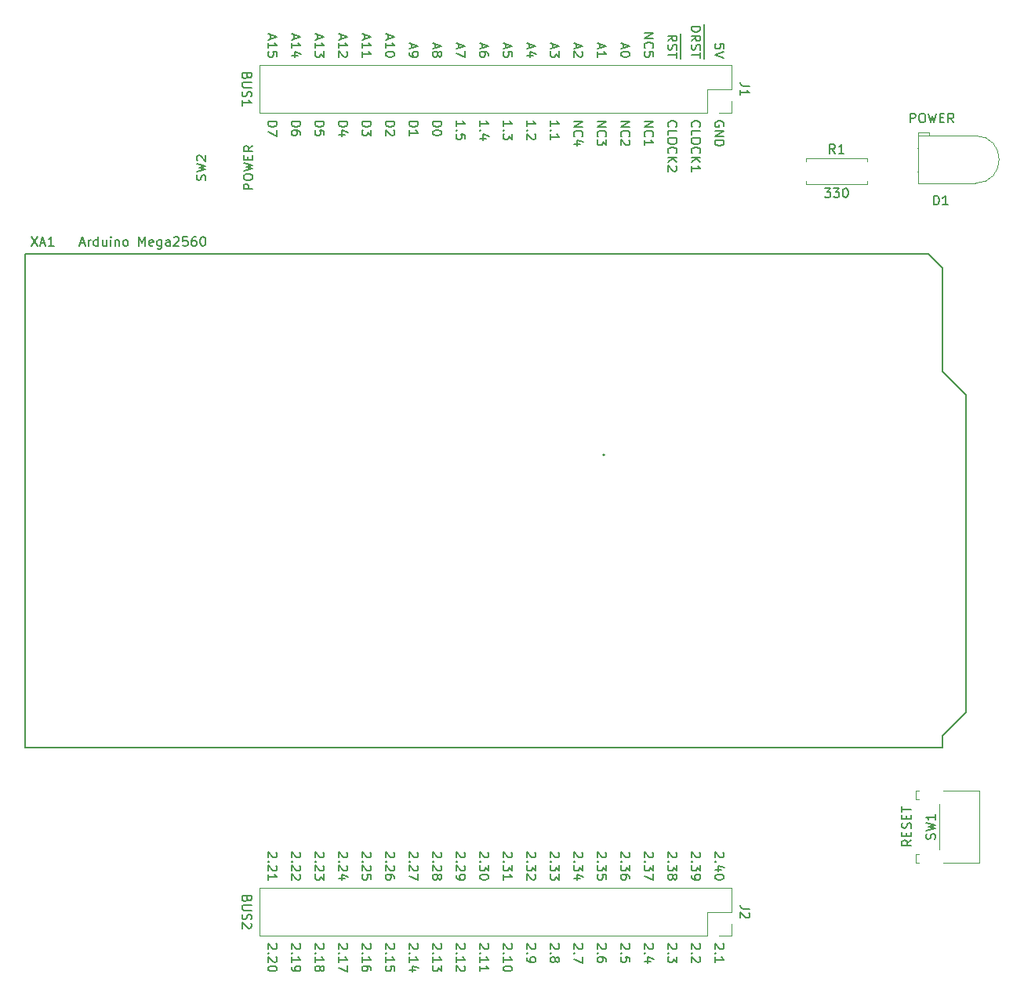
<source format=gbr>
G04 #@! TF.GenerationSoftware,KiCad,Pcbnew,(5.1.5-0-10_14)*
G04 #@! TF.CreationDate,2020-04-15T22:36:55+02:00*
G04 #@! TF.ProjectId,Debugger,44656275-6767-4657-922e-6b696361645f,rev?*
G04 #@! TF.SameCoordinates,Original*
G04 #@! TF.FileFunction,Legend,Top*
G04 #@! TF.FilePolarity,Positive*
%FSLAX46Y46*%
G04 Gerber Fmt 4.6, Leading zero omitted, Abs format (unit mm)*
G04 Created by KiCad (PCBNEW (5.1.5-0-10_14)) date 2020-04-15 22:36:55*
%MOMM*%
%LPD*%
G04 APERTURE LIST*
%ADD10C,0.150000*%
%ADD11C,0.120000*%
G04 APERTURE END LIST*
D10*
X91892380Y-115504642D02*
X91940000Y-115552261D01*
X91987619Y-115647500D01*
X91987619Y-115885595D01*
X91940000Y-115980833D01*
X91892380Y-116028452D01*
X91797142Y-116076071D01*
X91701904Y-116076071D01*
X91559047Y-116028452D01*
X90987619Y-115457023D01*
X90987619Y-116076071D01*
X91082857Y-116504642D02*
X91035238Y-116552261D01*
X90987619Y-116504642D01*
X91035238Y-116457023D01*
X91082857Y-116504642D01*
X90987619Y-116504642D01*
X91987619Y-116885595D02*
X91987619Y-117504642D01*
X91606666Y-117171309D01*
X91606666Y-117314166D01*
X91559047Y-117409404D01*
X91511428Y-117457023D01*
X91416190Y-117504642D01*
X91178095Y-117504642D01*
X91082857Y-117457023D01*
X91035238Y-117409404D01*
X90987619Y-117314166D01*
X90987619Y-117028452D01*
X91035238Y-116933214D01*
X91082857Y-116885595D01*
X91987619Y-118361785D02*
X91987619Y-118171309D01*
X91940000Y-118076071D01*
X91892380Y-118028452D01*
X91749523Y-117933214D01*
X91559047Y-117885595D01*
X91178095Y-117885595D01*
X91082857Y-117933214D01*
X91035238Y-117980833D01*
X90987619Y-118076071D01*
X90987619Y-118266547D01*
X91035238Y-118361785D01*
X91082857Y-118409404D01*
X91178095Y-118457023D01*
X91416190Y-118457023D01*
X91511428Y-118409404D01*
X91559047Y-118361785D01*
X91606666Y-118266547D01*
X91606666Y-118076071D01*
X91559047Y-117980833D01*
X91511428Y-117933214D01*
X91416190Y-117885595D01*
X99512380Y-115504642D02*
X99560000Y-115552261D01*
X99607619Y-115647500D01*
X99607619Y-115885595D01*
X99560000Y-115980833D01*
X99512380Y-116028452D01*
X99417142Y-116076071D01*
X99321904Y-116076071D01*
X99179047Y-116028452D01*
X98607619Y-115457023D01*
X98607619Y-116076071D01*
X98702857Y-116504642D02*
X98655238Y-116552261D01*
X98607619Y-116504642D01*
X98655238Y-116457023D01*
X98702857Y-116504642D01*
X98607619Y-116504642D01*
X99607619Y-116885595D02*
X99607619Y-117504642D01*
X99226666Y-117171309D01*
X99226666Y-117314166D01*
X99179047Y-117409404D01*
X99131428Y-117457023D01*
X99036190Y-117504642D01*
X98798095Y-117504642D01*
X98702857Y-117457023D01*
X98655238Y-117409404D01*
X98607619Y-117314166D01*
X98607619Y-117028452D01*
X98655238Y-116933214D01*
X98702857Y-116885595D01*
X98607619Y-117980833D02*
X98607619Y-118171309D01*
X98655238Y-118266547D01*
X98702857Y-118314166D01*
X98845714Y-118409404D01*
X99036190Y-118457023D01*
X99417142Y-118457023D01*
X99512380Y-118409404D01*
X99560000Y-118361785D01*
X99607619Y-118266547D01*
X99607619Y-118076071D01*
X99560000Y-117980833D01*
X99512380Y-117933214D01*
X99417142Y-117885595D01*
X99179047Y-117885595D01*
X99083809Y-117933214D01*
X99036190Y-117980833D01*
X98988571Y-118076071D01*
X98988571Y-118266547D01*
X99036190Y-118361785D01*
X99083809Y-118409404D01*
X99179047Y-118457023D01*
X94432380Y-115504642D02*
X94480000Y-115552261D01*
X94527619Y-115647500D01*
X94527619Y-115885595D01*
X94480000Y-115980833D01*
X94432380Y-116028452D01*
X94337142Y-116076071D01*
X94241904Y-116076071D01*
X94099047Y-116028452D01*
X93527619Y-115457023D01*
X93527619Y-116076071D01*
X93622857Y-116504642D02*
X93575238Y-116552261D01*
X93527619Y-116504642D01*
X93575238Y-116457023D01*
X93622857Y-116504642D01*
X93527619Y-116504642D01*
X94527619Y-116885595D02*
X94527619Y-117504642D01*
X94146666Y-117171309D01*
X94146666Y-117314166D01*
X94099047Y-117409404D01*
X94051428Y-117457023D01*
X93956190Y-117504642D01*
X93718095Y-117504642D01*
X93622857Y-117457023D01*
X93575238Y-117409404D01*
X93527619Y-117314166D01*
X93527619Y-117028452D01*
X93575238Y-116933214D01*
X93622857Y-116885595D01*
X94527619Y-117837976D02*
X94527619Y-118504642D01*
X93527619Y-118076071D01*
X96972380Y-115504642D02*
X97020000Y-115552261D01*
X97067619Y-115647500D01*
X97067619Y-115885595D01*
X97020000Y-115980833D01*
X96972380Y-116028452D01*
X96877142Y-116076071D01*
X96781904Y-116076071D01*
X96639047Y-116028452D01*
X96067619Y-115457023D01*
X96067619Y-116076071D01*
X96162857Y-116504642D02*
X96115238Y-116552261D01*
X96067619Y-116504642D01*
X96115238Y-116457023D01*
X96162857Y-116504642D01*
X96067619Y-116504642D01*
X97067619Y-116885595D02*
X97067619Y-117504642D01*
X96686666Y-117171309D01*
X96686666Y-117314166D01*
X96639047Y-117409404D01*
X96591428Y-117457023D01*
X96496190Y-117504642D01*
X96258095Y-117504642D01*
X96162857Y-117457023D01*
X96115238Y-117409404D01*
X96067619Y-117314166D01*
X96067619Y-117028452D01*
X96115238Y-116933214D01*
X96162857Y-116885595D01*
X96639047Y-118076071D02*
X96686666Y-117980833D01*
X96734285Y-117933214D01*
X96829523Y-117885595D01*
X96877142Y-117885595D01*
X96972380Y-117933214D01*
X97020000Y-117980833D01*
X97067619Y-118076071D01*
X97067619Y-118266547D01*
X97020000Y-118361785D01*
X96972380Y-118409404D01*
X96877142Y-118457023D01*
X96829523Y-118457023D01*
X96734285Y-118409404D01*
X96686666Y-118361785D01*
X96639047Y-118266547D01*
X96639047Y-118076071D01*
X96591428Y-117980833D01*
X96543809Y-117933214D01*
X96448571Y-117885595D01*
X96258095Y-117885595D01*
X96162857Y-117933214D01*
X96115238Y-117980833D01*
X96067619Y-118076071D01*
X96067619Y-118266547D01*
X96115238Y-118361785D01*
X96162857Y-118409404D01*
X96258095Y-118457023D01*
X96448571Y-118457023D01*
X96543809Y-118409404D01*
X96591428Y-118361785D01*
X96639047Y-118266547D01*
X102052380Y-115504642D02*
X102100000Y-115552261D01*
X102147619Y-115647500D01*
X102147619Y-115885595D01*
X102100000Y-115980833D01*
X102052380Y-116028452D01*
X101957142Y-116076071D01*
X101861904Y-116076071D01*
X101719047Y-116028452D01*
X101147619Y-115457023D01*
X101147619Y-116076071D01*
X101242857Y-116504642D02*
X101195238Y-116552261D01*
X101147619Y-116504642D01*
X101195238Y-116457023D01*
X101242857Y-116504642D01*
X101147619Y-116504642D01*
X101814285Y-117409404D02*
X101147619Y-117409404D01*
X102195238Y-117171309D02*
X101480952Y-116933214D01*
X101480952Y-117552261D01*
X102147619Y-118123690D02*
X102147619Y-118218928D01*
X102100000Y-118314166D01*
X102052380Y-118361785D01*
X101957142Y-118409404D01*
X101766666Y-118457023D01*
X101528571Y-118457023D01*
X101338095Y-118409404D01*
X101242857Y-118361785D01*
X101195238Y-118314166D01*
X101147619Y-118218928D01*
X101147619Y-118123690D01*
X101195238Y-118028452D01*
X101242857Y-117980833D01*
X101338095Y-117933214D01*
X101528571Y-117885595D01*
X101766666Y-117885595D01*
X101957142Y-117933214D01*
X102052380Y-117980833D01*
X102100000Y-118028452D01*
X102147619Y-118123690D01*
X79192380Y-115504642D02*
X79240000Y-115552261D01*
X79287619Y-115647500D01*
X79287619Y-115885595D01*
X79240000Y-115980833D01*
X79192380Y-116028452D01*
X79097142Y-116076071D01*
X79001904Y-116076071D01*
X78859047Y-116028452D01*
X78287619Y-115457023D01*
X78287619Y-116076071D01*
X78382857Y-116504642D02*
X78335238Y-116552261D01*
X78287619Y-116504642D01*
X78335238Y-116457023D01*
X78382857Y-116504642D01*
X78287619Y-116504642D01*
X79287619Y-116885595D02*
X79287619Y-117504642D01*
X78906666Y-117171309D01*
X78906666Y-117314166D01*
X78859047Y-117409404D01*
X78811428Y-117457023D01*
X78716190Y-117504642D01*
X78478095Y-117504642D01*
X78382857Y-117457023D01*
X78335238Y-117409404D01*
X78287619Y-117314166D01*
X78287619Y-117028452D01*
X78335238Y-116933214D01*
X78382857Y-116885595D01*
X78287619Y-118457023D02*
X78287619Y-117885595D01*
X78287619Y-118171309D02*
X79287619Y-118171309D01*
X79144761Y-118076071D01*
X79049523Y-117980833D01*
X79001904Y-117885595D01*
X86812380Y-115504642D02*
X86860000Y-115552261D01*
X86907619Y-115647500D01*
X86907619Y-115885595D01*
X86860000Y-115980833D01*
X86812380Y-116028452D01*
X86717142Y-116076071D01*
X86621904Y-116076071D01*
X86479047Y-116028452D01*
X85907619Y-115457023D01*
X85907619Y-116076071D01*
X86002857Y-116504642D02*
X85955238Y-116552261D01*
X85907619Y-116504642D01*
X85955238Y-116457023D01*
X86002857Y-116504642D01*
X85907619Y-116504642D01*
X86907619Y-116885595D02*
X86907619Y-117504642D01*
X86526666Y-117171309D01*
X86526666Y-117314166D01*
X86479047Y-117409404D01*
X86431428Y-117457023D01*
X86336190Y-117504642D01*
X86098095Y-117504642D01*
X86002857Y-117457023D01*
X85955238Y-117409404D01*
X85907619Y-117314166D01*
X85907619Y-117028452D01*
X85955238Y-116933214D01*
X86002857Y-116885595D01*
X86574285Y-118361785D02*
X85907619Y-118361785D01*
X86955238Y-118123690D02*
X86240952Y-117885595D01*
X86240952Y-118504642D01*
X81732380Y-115504642D02*
X81780000Y-115552261D01*
X81827619Y-115647500D01*
X81827619Y-115885595D01*
X81780000Y-115980833D01*
X81732380Y-116028452D01*
X81637142Y-116076071D01*
X81541904Y-116076071D01*
X81399047Y-116028452D01*
X80827619Y-115457023D01*
X80827619Y-116076071D01*
X80922857Y-116504642D02*
X80875238Y-116552261D01*
X80827619Y-116504642D01*
X80875238Y-116457023D01*
X80922857Y-116504642D01*
X80827619Y-116504642D01*
X81827619Y-116885595D02*
X81827619Y-117504642D01*
X81446666Y-117171309D01*
X81446666Y-117314166D01*
X81399047Y-117409404D01*
X81351428Y-117457023D01*
X81256190Y-117504642D01*
X81018095Y-117504642D01*
X80922857Y-117457023D01*
X80875238Y-117409404D01*
X80827619Y-117314166D01*
X80827619Y-117028452D01*
X80875238Y-116933214D01*
X80922857Y-116885595D01*
X81732380Y-117885595D02*
X81780000Y-117933214D01*
X81827619Y-118028452D01*
X81827619Y-118266547D01*
X81780000Y-118361785D01*
X81732380Y-118409404D01*
X81637142Y-118457023D01*
X81541904Y-118457023D01*
X81399047Y-118409404D01*
X80827619Y-117837976D01*
X80827619Y-118457023D01*
X89352380Y-115504642D02*
X89400000Y-115552261D01*
X89447619Y-115647500D01*
X89447619Y-115885595D01*
X89400000Y-115980833D01*
X89352380Y-116028452D01*
X89257142Y-116076071D01*
X89161904Y-116076071D01*
X89019047Y-116028452D01*
X88447619Y-115457023D01*
X88447619Y-116076071D01*
X88542857Y-116504642D02*
X88495238Y-116552261D01*
X88447619Y-116504642D01*
X88495238Y-116457023D01*
X88542857Y-116504642D01*
X88447619Y-116504642D01*
X89447619Y-116885595D02*
X89447619Y-117504642D01*
X89066666Y-117171309D01*
X89066666Y-117314166D01*
X89019047Y-117409404D01*
X88971428Y-117457023D01*
X88876190Y-117504642D01*
X88638095Y-117504642D01*
X88542857Y-117457023D01*
X88495238Y-117409404D01*
X88447619Y-117314166D01*
X88447619Y-117028452D01*
X88495238Y-116933214D01*
X88542857Y-116885595D01*
X89447619Y-118409404D02*
X89447619Y-117933214D01*
X88971428Y-117885595D01*
X89019047Y-117933214D01*
X89066666Y-118028452D01*
X89066666Y-118266547D01*
X89019047Y-118361785D01*
X88971428Y-118409404D01*
X88876190Y-118457023D01*
X88638095Y-118457023D01*
X88542857Y-118409404D01*
X88495238Y-118361785D01*
X88447619Y-118266547D01*
X88447619Y-118028452D01*
X88495238Y-117933214D01*
X88542857Y-117885595D01*
X84272380Y-115504642D02*
X84320000Y-115552261D01*
X84367619Y-115647500D01*
X84367619Y-115885595D01*
X84320000Y-115980833D01*
X84272380Y-116028452D01*
X84177142Y-116076071D01*
X84081904Y-116076071D01*
X83939047Y-116028452D01*
X83367619Y-115457023D01*
X83367619Y-116076071D01*
X83462857Y-116504642D02*
X83415238Y-116552261D01*
X83367619Y-116504642D01*
X83415238Y-116457023D01*
X83462857Y-116504642D01*
X83367619Y-116504642D01*
X84367619Y-116885595D02*
X84367619Y-117504642D01*
X83986666Y-117171309D01*
X83986666Y-117314166D01*
X83939047Y-117409404D01*
X83891428Y-117457023D01*
X83796190Y-117504642D01*
X83558095Y-117504642D01*
X83462857Y-117457023D01*
X83415238Y-117409404D01*
X83367619Y-117314166D01*
X83367619Y-117028452D01*
X83415238Y-116933214D01*
X83462857Y-116885595D01*
X84367619Y-117837976D02*
X84367619Y-118457023D01*
X83986666Y-118123690D01*
X83986666Y-118266547D01*
X83939047Y-118361785D01*
X83891428Y-118409404D01*
X83796190Y-118457023D01*
X83558095Y-118457023D01*
X83462857Y-118409404D01*
X83415238Y-118361785D01*
X83367619Y-118266547D01*
X83367619Y-117980833D01*
X83415238Y-117885595D01*
X83462857Y-117837976D01*
X76652380Y-115504642D02*
X76700000Y-115552261D01*
X76747619Y-115647500D01*
X76747619Y-115885595D01*
X76700000Y-115980833D01*
X76652380Y-116028452D01*
X76557142Y-116076071D01*
X76461904Y-116076071D01*
X76319047Y-116028452D01*
X75747619Y-115457023D01*
X75747619Y-116076071D01*
X75842857Y-116504642D02*
X75795238Y-116552261D01*
X75747619Y-116504642D01*
X75795238Y-116457023D01*
X75842857Y-116504642D01*
X75747619Y-116504642D01*
X76747619Y-116885595D02*
X76747619Y-117504642D01*
X76366666Y-117171309D01*
X76366666Y-117314166D01*
X76319047Y-117409404D01*
X76271428Y-117457023D01*
X76176190Y-117504642D01*
X75938095Y-117504642D01*
X75842857Y-117457023D01*
X75795238Y-117409404D01*
X75747619Y-117314166D01*
X75747619Y-117028452D01*
X75795238Y-116933214D01*
X75842857Y-116885595D01*
X76747619Y-118123690D02*
X76747619Y-118218928D01*
X76700000Y-118314166D01*
X76652380Y-118361785D01*
X76557142Y-118409404D01*
X76366666Y-118457023D01*
X76128571Y-118457023D01*
X75938095Y-118409404D01*
X75842857Y-118361785D01*
X75795238Y-118314166D01*
X75747619Y-118218928D01*
X75747619Y-118123690D01*
X75795238Y-118028452D01*
X75842857Y-117980833D01*
X75938095Y-117933214D01*
X76128571Y-117885595D01*
X76366666Y-117885595D01*
X76557142Y-117933214D01*
X76652380Y-117980833D01*
X76700000Y-118028452D01*
X76747619Y-118123690D01*
X71572380Y-115504642D02*
X71620000Y-115552261D01*
X71667619Y-115647500D01*
X71667619Y-115885595D01*
X71620000Y-115980833D01*
X71572380Y-116028452D01*
X71477142Y-116076071D01*
X71381904Y-116076071D01*
X71239047Y-116028452D01*
X70667619Y-115457023D01*
X70667619Y-116076071D01*
X70762857Y-116504642D02*
X70715238Y-116552261D01*
X70667619Y-116504642D01*
X70715238Y-116457023D01*
X70762857Y-116504642D01*
X70667619Y-116504642D01*
X71572380Y-116933214D02*
X71620000Y-116980833D01*
X71667619Y-117076071D01*
X71667619Y-117314166D01*
X71620000Y-117409404D01*
X71572380Y-117457023D01*
X71477142Y-117504642D01*
X71381904Y-117504642D01*
X71239047Y-117457023D01*
X70667619Y-116885595D01*
X70667619Y-117504642D01*
X71239047Y-118076071D02*
X71286666Y-117980833D01*
X71334285Y-117933214D01*
X71429523Y-117885595D01*
X71477142Y-117885595D01*
X71572380Y-117933214D01*
X71620000Y-117980833D01*
X71667619Y-118076071D01*
X71667619Y-118266547D01*
X71620000Y-118361785D01*
X71572380Y-118409404D01*
X71477142Y-118457023D01*
X71429523Y-118457023D01*
X71334285Y-118409404D01*
X71286666Y-118361785D01*
X71239047Y-118266547D01*
X71239047Y-118076071D01*
X71191428Y-117980833D01*
X71143809Y-117933214D01*
X71048571Y-117885595D01*
X70858095Y-117885595D01*
X70762857Y-117933214D01*
X70715238Y-117980833D01*
X70667619Y-118076071D01*
X70667619Y-118266547D01*
X70715238Y-118361785D01*
X70762857Y-118409404D01*
X70858095Y-118457023D01*
X71048571Y-118457023D01*
X71143809Y-118409404D01*
X71191428Y-118361785D01*
X71239047Y-118266547D01*
X74112380Y-115504642D02*
X74160000Y-115552261D01*
X74207619Y-115647500D01*
X74207619Y-115885595D01*
X74160000Y-115980833D01*
X74112380Y-116028452D01*
X74017142Y-116076071D01*
X73921904Y-116076071D01*
X73779047Y-116028452D01*
X73207619Y-115457023D01*
X73207619Y-116076071D01*
X73302857Y-116504642D02*
X73255238Y-116552261D01*
X73207619Y-116504642D01*
X73255238Y-116457023D01*
X73302857Y-116504642D01*
X73207619Y-116504642D01*
X74112380Y-116933214D02*
X74160000Y-116980833D01*
X74207619Y-117076071D01*
X74207619Y-117314166D01*
X74160000Y-117409404D01*
X74112380Y-117457023D01*
X74017142Y-117504642D01*
X73921904Y-117504642D01*
X73779047Y-117457023D01*
X73207619Y-116885595D01*
X73207619Y-117504642D01*
X73207619Y-117980833D02*
X73207619Y-118171309D01*
X73255238Y-118266547D01*
X73302857Y-118314166D01*
X73445714Y-118409404D01*
X73636190Y-118457023D01*
X74017142Y-118457023D01*
X74112380Y-118409404D01*
X74160000Y-118361785D01*
X74207619Y-118266547D01*
X74207619Y-118076071D01*
X74160000Y-117980833D01*
X74112380Y-117933214D01*
X74017142Y-117885595D01*
X73779047Y-117885595D01*
X73683809Y-117933214D01*
X73636190Y-117980833D01*
X73588571Y-118076071D01*
X73588571Y-118266547D01*
X73636190Y-118361785D01*
X73683809Y-118409404D01*
X73779047Y-118457023D01*
X69032380Y-115504642D02*
X69080000Y-115552261D01*
X69127619Y-115647500D01*
X69127619Y-115885595D01*
X69080000Y-115980833D01*
X69032380Y-116028452D01*
X68937142Y-116076071D01*
X68841904Y-116076071D01*
X68699047Y-116028452D01*
X68127619Y-115457023D01*
X68127619Y-116076071D01*
X68222857Y-116504642D02*
X68175238Y-116552261D01*
X68127619Y-116504642D01*
X68175238Y-116457023D01*
X68222857Y-116504642D01*
X68127619Y-116504642D01*
X69032380Y-116933214D02*
X69080000Y-116980833D01*
X69127619Y-117076071D01*
X69127619Y-117314166D01*
X69080000Y-117409404D01*
X69032380Y-117457023D01*
X68937142Y-117504642D01*
X68841904Y-117504642D01*
X68699047Y-117457023D01*
X68127619Y-116885595D01*
X68127619Y-117504642D01*
X69127619Y-117837976D02*
X69127619Y-118504642D01*
X68127619Y-118076071D01*
X66492380Y-115504642D02*
X66540000Y-115552261D01*
X66587619Y-115647500D01*
X66587619Y-115885595D01*
X66540000Y-115980833D01*
X66492380Y-116028452D01*
X66397142Y-116076071D01*
X66301904Y-116076071D01*
X66159047Y-116028452D01*
X65587619Y-115457023D01*
X65587619Y-116076071D01*
X65682857Y-116504642D02*
X65635238Y-116552261D01*
X65587619Y-116504642D01*
X65635238Y-116457023D01*
X65682857Y-116504642D01*
X65587619Y-116504642D01*
X66492380Y-116933214D02*
X66540000Y-116980833D01*
X66587619Y-117076071D01*
X66587619Y-117314166D01*
X66540000Y-117409404D01*
X66492380Y-117457023D01*
X66397142Y-117504642D01*
X66301904Y-117504642D01*
X66159047Y-117457023D01*
X65587619Y-116885595D01*
X65587619Y-117504642D01*
X66587619Y-118361785D02*
X66587619Y-118171309D01*
X66540000Y-118076071D01*
X66492380Y-118028452D01*
X66349523Y-117933214D01*
X66159047Y-117885595D01*
X65778095Y-117885595D01*
X65682857Y-117933214D01*
X65635238Y-117980833D01*
X65587619Y-118076071D01*
X65587619Y-118266547D01*
X65635238Y-118361785D01*
X65682857Y-118409404D01*
X65778095Y-118457023D01*
X66016190Y-118457023D01*
X66111428Y-118409404D01*
X66159047Y-118361785D01*
X66206666Y-118266547D01*
X66206666Y-118076071D01*
X66159047Y-117980833D01*
X66111428Y-117933214D01*
X66016190Y-117885595D01*
X63952380Y-115504642D02*
X64000000Y-115552261D01*
X64047619Y-115647500D01*
X64047619Y-115885595D01*
X64000000Y-115980833D01*
X63952380Y-116028452D01*
X63857142Y-116076071D01*
X63761904Y-116076071D01*
X63619047Y-116028452D01*
X63047619Y-115457023D01*
X63047619Y-116076071D01*
X63142857Y-116504642D02*
X63095238Y-116552261D01*
X63047619Y-116504642D01*
X63095238Y-116457023D01*
X63142857Y-116504642D01*
X63047619Y-116504642D01*
X63952380Y-116933214D02*
X64000000Y-116980833D01*
X64047619Y-117076071D01*
X64047619Y-117314166D01*
X64000000Y-117409404D01*
X63952380Y-117457023D01*
X63857142Y-117504642D01*
X63761904Y-117504642D01*
X63619047Y-117457023D01*
X63047619Y-116885595D01*
X63047619Y-117504642D01*
X64047619Y-118409404D02*
X64047619Y-117933214D01*
X63571428Y-117885595D01*
X63619047Y-117933214D01*
X63666666Y-118028452D01*
X63666666Y-118266547D01*
X63619047Y-118361785D01*
X63571428Y-118409404D01*
X63476190Y-118457023D01*
X63238095Y-118457023D01*
X63142857Y-118409404D01*
X63095238Y-118361785D01*
X63047619Y-118266547D01*
X63047619Y-118028452D01*
X63095238Y-117933214D01*
X63142857Y-117885595D01*
X56332380Y-115504642D02*
X56380000Y-115552261D01*
X56427619Y-115647500D01*
X56427619Y-115885595D01*
X56380000Y-115980833D01*
X56332380Y-116028452D01*
X56237142Y-116076071D01*
X56141904Y-116076071D01*
X55999047Y-116028452D01*
X55427619Y-115457023D01*
X55427619Y-116076071D01*
X55522857Y-116504642D02*
X55475238Y-116552261D01*
X55427619Y-116504642D01*
X55475238Y-116457023D01*
X55522857Y-116504642D01*
X55427619Y-116504642D01*
X56332380Y-116933214D02*
X56380000Y-116980833D01*
X56427619Y-117076071D01*
X56427619Y-117314166D01*
X56380000Y-117409404D01*
X56332380Y-117457023D01*
X56237142Y-117504642D01*
X56141904Y-117504642D01*
X55999047Y-117457023D01*
X55427619Y-116885595D01*
X55427619Y-117504642D01*
X56332380Y-117885595D02*
X56380000Y-117933214D01*
X56427619Y-118028452D01*
X56427619Y-118266547D01*
X56380000Y-118361785D01*
X56332380Y-118409404D01*
X56237142Y-118457023D01*
X56141904Y-118457023D01*
X55999047Y-118409404D01*
X55427619Y-117837976D01*
X55427619Y-118457023D01*
X58872380Y-115504642D02*
X58920000Y-115552261D01*
X58967619Y-115647500D01*
X58967619Y-115885595D01*
X58920000Y-115980833D01*
X58872380Y-116028452D01*
X58777142Y-116076071D01*
X58681904Y-116076071D01*
X58539047Y-116028452D01*
X57967619Y-115457023D01*
X57967619Y-116076071D01*
X58062857Y-116504642D02*
X58015238Y-116552261D01*
X57967619Y-116504642D01*
X58015238Y-116457023D01*
X58062857Y-116504642D01*
X57967619Y-116504642D01*
X58872380Y-116933214D02*
X58920000Y-116980833D01*
X58967619Y-117076071D01*
X58967619Y-117314166D01*
X58920000Y-117409404D01*
X58872380Y-117457023D01*
X58777142Y-117504642D01*
X58681904Y-117504642D01*
X58539047Y-117457023D01*
X57967619Y-116885595D01*
X57967619Y-117504642D01*
X58967619Y-117837976D02*
X58967619Y-118457023D01*
X58586666Y-118123690D01*
X58586666Y-118266547D01*
X58539047Y-118361785D01*
X58491428Y-118409404D01*
X58396190Y-118457023D01*
X58158095Y-118457023D01*
X58062857Y-118409404D01*
X58015238Y-118361785D01*
X57967619Y-118266547D01*
X57967619Y-117980833D01*
X58015238Y-117885595D01*
X58062857Y-117837976D01*
X53792380Y-115504642D02*
X53840000Y-115552261D01*
X53887619Y-115647500D01*
X53887619Y-115885595D01*
X53840000Y-115980833D01*
X53792380Y-116028452D01*
X53697142Y-116076071D01*
X53601904Y-116076071D01*
X53459047Y-116028452D01*
X52887619Y-115457023D01*
X52887619Y-116076071D01*
X52982857Y-116504642D02*
X52935238Y-116552261D01*
X52887619Y-116504642D01*
X52935238Y-116457023D01*
X52982857Y-116504642D01*
X52887619Y-116504642D01*
X53792380Y-116933214D02*
X53840000Y-116980833D01*
X53887619Y-117076071D01*
X53887619Y-117314166D01*
X53840000Y-117409404D01*
X53792380Y-117457023D01*
X53697142Y-117504642D01*
X53601904Y-117504642D01*
X53459047Y-117457023D01*
X52887619Y-116885595D01*
X52887619Y-117504642D01*
X52887619Y-118457023D02*
X52887619Y-117885595D01*
X52887619Y-118171309D02*
X53887619Y-118171309D01*
X53744761Y-118076071D01*
X53649523Y-117980833D01*
X53601904Y-117885595D01*
X61412380Y-115504642D02*
X61460000Y-115552261D01*
X61507619Y-115647500D01*
X61507619Y-115885595D01*
X61460000Y-115980833D01*
X61412380Y-116028452D01*
X61317142Y-116076071D01*
X61221904Y-116076071D01*
X61079047Y-116028452D01*
X60507619Y-115457023D01*
X60507619Y-116076071D01*
X60602857Y-116504642D02*
X60555238Y-116552261D01*
X60507619Y-116504642D01*
X60555238Y-116457023D01*
X60602857Y-116504642D01*
X60507619Y-116504642D01*
X61412380Y-116933214D02*
X61460000Y-116980833D01*
X61507619Y-117076071D01*
X61507619Y-117314166D01*
X61460000Y-117409404D01*
X61412380Y-117457023D01*
X61317142Y-117504642D01*
X61221904Y-117504642D01*
X61079047Y-117457023D01*
X60507619Y-116885595D01*
X60507619Y-117504642D01*
X61174285Y-118361785D02*
X60507619Y-118361785D01*
X61555238Y-118123690D02*
X60840952Y-117885595D01*
X60840952Y-118504642D01*
X61412380Y-125382976D02*
X61460000Y-125430595D01*
X61507619Y-125525833D01*
X61507619Y-125763928D01*
X61460000Y-125859166D01*
X61412380Y-125906785D01*
X61317142Y-125954404D01*
X61221904Y-125954404D01*
X61079047Y-125906785D01*
X60507619Y-125335357D01*
X60507619Y-125954404D01*
X60602857Y-126382976D02*
X60555238Y-126430595D01*
X60507619Y-126382976D01*
X60555238Y-126335357D01*
X60602857Y-126382976D01*
X60507619Y-126382976D01*
X60507619Y-127382976D02*
X60507619Y-126811547D01*
X60507619Y-127097261D02*
X61507619Y-127097261D01*
X61364761Y-127002023D01*
X61269523Y-126906785D01*
X61221904Y-126811547D01*
X61507619Y-127716309D02*
X61507619Y-128382976D01*
X60507619Y-127954404D01*
X63952380Y-125382976D02*
X64000000Y-125430595D01*
X64047619Y-125525833D01*
X64047619Y-125763928D01*
X64000000Y-125859166D01*
X63952380Y-125906785D01*
X63857142Y-125954404D01*
X63761904Y-125954404D01*
X63619047Y-125906785D01*
X63047619Y-125335357D01*
X63047619Y-125954404D01*
X63142857Y-126382976D02*
X63095238Y-126430595D01*
X63047619Y-126382976D01*
X63095238Y-126335357D01*
X63142857Y-126382976D01*
X63047619Y-126382976D01*
X63047619Y-127382976D02*
X63047619Y-126811547D01*
X63047619Y-127097261D02*
X64047619Y-127097261D01*
X63904761Y-127002023D01*
X63809523Y-126906785D01*
X63761904Y-126811547D01*
X64047619Y-128240119D02*
X64047619Y-128049642D01*
X64000000Y-127954404D01*
X63952380Y-127906785D01*
X63809523Y-127811547D01*
X63619047Y-127763928D01*
X63238095Y-127763928D01*
X63142857Y-127811547D01*
X63095238Y-127859166D01*
X63047619Y-127954404D01*
X63047619Y-128144880D01*
X63095238Y-128240119D01*
X63142857Y-128287738D01*
X63238095Y-128335357D01*
X63476190Y-128335357D01*
X63571428Y-128287738D01*
X63619047Y-128240119D01*
X63666666Y-128144880D01*
X63666666Y-127954404D01*
X63619047Y-127859166D01*
X63571428Y-127811547D01*
X63476190Y-127763928D01*
X58872380Y-125382976D02*
X58920000Y-125430595D01*
X58967619Y-125525833D01*
X58967619Y-125763928D01*
X58920000Y-125859166D01*
X58872380Y-125906785D01*
X58777142Y-125954404D01*
X58681904Y-125954404D01*
X58539047Y-125906785D01*
X57967619Y-125335357D01*
X57967619Y-125954404D01*
X58062857Y-126382976D02*
X58015238Y-126430595D01*
X57967619Y-126382976D01*
X58015238Y-126335357D01*
X58062857Y-126382976D01*
X57967619Y-126382976D01*
X57967619Y-127382976D02*
X57967619Y-126811547D01*
X57967619Y-127097261D02*
X58967619Y-127097261D01*
X58824761Y-127002023D01*
X58729523Y-126906785D01*
X58681904Y-126811547D01*
X58539047Y-127954404D02*
X58586666Y-127859166D01*
X58634285Y-127811547D01*
X58729523Y-127763928D01*
X58777142Y-127763928D01*
X58872380Y-127811547D01*
X58920000Y-127859166D01*
X58967619Y-127954404D01*
X58967619Y-128144880D01*
X58920000Y-128240119D01*
X58872380Y-128287738D01*
X58777142Y-128335357D01*
X58729523Y-128335357D01*
X58634285Y-128287738D01*
X58586666Y-128240119D01*
X58539047Y-128144880D01*
X58539047Y-127954404D01*
X58491428Y-127859166D01*
X58443809Y-127811547D01*
X58348571Y-127763928D01*
X58158095Y-127763928D01*
X58062857Y-127811547D01*
X58015238Y-127859166D01*
X57967619Y-127954404D01*
X57967619Y-128144880D01*
X58015238Y-128240119D01*
X58062857Y-128287738D01*
X58158095Y-128335357D01*
X58348571Y-128335357D01*
X58443809Y-128287738D01*
X58491428Y-128240119D01*
X58539047Y-128144880D01*
X53792380Y-125382976D02*
X53840000Y-125430595D01*
X53887619Y-125525833D01*
X53887619Y-125763928D01*
X53840000Y-125859166D01*
X53792380Y-125906785D01*
X53697142Y-125954404D01*
X53601904Y-125954404D01*
X53459047Y-125906785D01*
X52887619Y-125335357D01*
X52887619Y-125954404D01*
X52982857Y-126382976D02*
X52935238Y-126430595D01*
X52887619Y-126382976D01*
X52935238Y-126335357D01*
X52982857Y-126382976D01*
X52887619Y-126382976D01*
X53792380Y-126811547D02*
X53840000Y-126859166D01*
X53887619Y-126954404D01*
X53887619Y-127192500D01*
X53840000Y-127287738D01*
X53792380Y-127335357D01*
X53697142Y-127382976D01*
X53601904Y-127382976D01*
X53459047Y-127335357D01*
X52887619Y-126763928D01*
X52887619Y-127382976D01*
X53887619Y-128002023D02*
X53887619Y-128097261D01*
X53840000Y-128192500D01*
X53792380Y-128240119D01*
X53697142Y-128287738D01*
X53506666Y-128335357D01*
X53268571Y-128335357D01*
X53078095Y-128287738D01*
X52982857Y-128240119D01*
X52935238Y-128192500D01*
X52887619Y-128097261D01*
X52887619Y-128002023D01*
X52935238Y-127906785D01*
X52982857Y-127859166D01*
X53078095Y-127811547D01*
X53268571Y-127763928D01*
X53506666Y-127763928D01*
X53697142Y-127811547D01*
X53792380Y-127859166D01*
X53840000Y-127906785D01*
X53887619Y-128002023D01*
X56332380Y-125382976D02*
X56380000Y-125430595D01*
X56427619Y-125525833D01*
X56427619Y-125763928D01*
X56380000Y-125859166D01*
X56332380Y-125906785D01*
X56237142Y-125954404D01*
X56141904Y-125954404D01*
X55999047Y-125906785D01*
X55427619Y-125335357D01*
X55427619Y-125954404D01*
X55522857Y-126382976D02*
X55475238Y-126430595D01*
X55427619Y-126382976D01*
X55475238Y-126335357D01*
X55522857Y-126382976D01*
X55427619Y-126382976D01*
X55427619Y-127382976D02*
X55427619Y-126811547D01*
X55427619Y-127097261D02*
X56427619Y-127097261D01*
X56284761Y-127002023D01*
X56189523Y-126906785D01*
X56141904Y-126811547D01*
X55427619Y-127859166D02*
X55427619Y-128049642D01*
X55475238Y-128144880D01*
X55522857Y-128192500D01*
X55665714Y-128287738D01*
X55856190Y-128335357D01*
X56237142Y-128335357D01*
X56332380Y-128287738D01*
X56380000Y-128240119D01*
X56427619Y-128144880D01*
X56427619Y-127954404D01*
X56380000Y-127859166D01*
X56332380Y-127811547D01*
X56237142Y-127763928D01*
X55999047Y-127763928D01*
X55903809Y-127811547D01*
X55856190Y-127859166D01*
X55808571Y-127954404D01*
X55808571Y-128144880D01*
X55856190Y-128240119D01*
X55903809Y-128287738D01*
X55999047Y-128335357D01*
X69032380Y-125382976D02*
X69080000Y-125430595D01*
X69127619Y-125525833D01*
X69127619Y-125763928D01*
X69080000Y-125859166D01*
X69032380Y-125906785D01*
X68937142Y-125954404D01*
X68841904Y-125954404D01*
X68699047Y-125906785D01*
X68127619Y-125335357D01*
X68127619Y-125954404D01*
X68222857Y-126382976D02*
X68175238Y-126430595D01*
X68127619Y-126382976D01*
X68175238Y-126335357D01*
X68222857Y-126382976D01*
X68127619Y-126382976D01*
X68127619Y-127382976D02*
X68127619Y-126811547D01*
X68127619Y-127097261D02*
X69127619Y-127097261D01*
X68984761Y-127002023D01*
X68889523Y-126906785D01*
X68841904Y-126811547D01*
X68794285Y-128240119D02*
X68127619Y-128240119D01*
X69175238Y-128002023D02*
X68460952Y-127763928D01*
X68460952Y-128382976D01*
X71572380Y-125382976D02*
X71620000Y-125430595D01*
X71667619Y-125525833D01*
X71667619Y-125763928D01*
X71620000Y-125859166D01*
X71572380Y-125906785D01*
X71477142Y-125954404D01*
X71381904Y-125954404D01*
X71239047Y-125906785D01*
X70667619Y-125335357D01*
X70667619Y-125954404D01*
X70762857Y-126382976D02*
X70715238Y-126430595D01*
X70667619Y-126382976D01*
X70715238Y-126335357D01*
X70762857Y-126382976D01*
X70667619Y-126382976D01*
X70667619Y-127382976D02*
X70667619Y-126811547D01*
X70667619Y-127097261D02*
X71667619Y-127097261D01*
X71524761Y-127002023D01*
X71429523Y-126906785D01*
X71381904Y-126811547D01*
X71667619Y-127716309D02*
X71667619Y-128335357D01*
X71286666Y-128002023D01*
X71286666Y-128144880D01*
X71239047Y-128240119D01*
X71191428Y-128287738D01*
X71096190Y-128335357D01*
X70858095Y-128335357D01*
X70762857Y-128287738D01*
X70715238Y-128240119D01*
X70667619Y-128144880D01*
X70667619Y-127859166D01*
X70715238Y-127763928D01*
X70762857Y-127716309D01*
X66492380Y-125382976D02*
X66540000Y-125430595D01*
X66587619Y-125525833D01*
X66587619Y-125763928D01*
X66540000Y-125859166D01*
X66492380Y-125906785D01*
X66397142Y-125954404D01*
X66301904Y-125954404D01*
X66159047Y-125906785D01*
X65587619Y-125335357D01*
X65587619Y-125954404D01*
X65682857Y-126382976D02*
X65635238Y-126430595D01*
X65587619Y-126382976D01*
X65635238Y-126335357D01*
X65682857Y-126382976D01*
X65587619Y-126382976D01*
X65587619Y-127382976D02*
X65587619Y-126811547D01*
X65587619Y-127097261D02*
X66587619Y-127097261D01*
X66444761Y-127002023D01*
X66349523Y-126906785D01*
X66301904Y-126811547D01*
X66587619Y-128287738D02*
X66587619Y-127811547D01*
X66111428Y-127763928D01*
X66159047Y-127811547D01*
X66206666Y-127906785D01*
X66206666Y-128144880D01*
X66159047Y-128240119D01*
X66111428Y-128287738D01*
X66016190Y-128335357D01*
X65778095Y-128335357D01*
X65682857Y-128287738D01*
X65635238Y-128240119D01*
X65587619Y-128144880D01*
X65587619Y-127906785D01*
X65635238Y-127811547D01*
X65682857Y-127763928D01*
X74112380Y-125382976D02*
X74160000Y-125430595D01*
X74207619Y-125525833D01*
X74207619Y-125763928D01*
X74160000Y-125859166D01*
X74112380Y-125906785D01*
X74017142Y-125954404D01*
X73921904Y-125954404D01*
X73779047Y-125906785D01*
X73207619Y-125335357D01*
X73207619Y-125954404D01*
X73302857Y-126382976D02*
X73255238Y-126430595D01*
X73207619Y-126382976D01*
X73255238Y-126335357D01*
X73302857Y-126382976D01*
X73207619Y-126382976D01*
X73207619Y-127382976D02*
X73207619Y-126811547D01*
X73207619Y-127097261D02*
X74207619Y-127097261D01*
X74064761Y-127002023D01*
X73969523Y-126906785D01*
X73921904Y-126811547D01*
X74112380Y-127763928D02*
X74160000Y-127811547D01*
X74207619Y-127906785D01*
X74207619Y-128144880D01*
X74160000Y-128240119D01*
X74112380Y-128287738D01*
X74017142Y-128335357D01*
X73921904Y-128335357D01*
X73779047Y-128287738D01*
X73207619Y-127716309D01*
X73207619Y-128335357D01*
X76652380Y-125382976D02*
X76700000Y-125430595D01*
X76747619Y-125525833D01*
X76747619Y-125763928D01*
X76700000Y-125859166D01*
X76652380Y-125906785D01*
X76557142Y-125954404D01*
X76461904Y-125954404D01*
X76319047Y-125906785D01*
X75747619Y-125335357D01*
X75747619Y-125954404D01*
X75842857Y-126382976D02*
X75795238Y-126430595D01*
X75747619Y-126382976D01*
X75795238Y-126335357D01*
X75842857Y-126382976D01*
X75747619Y-126382976D01*
X75747619Y-127382976D02*
X75747619Y-126811547D01*
X75747619Y-127097261D02*
X76747619Y-127097261D01*
X76604761Y-127002023D01*
X76509523Y-126906785D01*
X76461904Y-126811547D01*
X75747619Y-128335357D02*
X75747619Y-127763928D01*
X75747619Y-128049642D02*
X76747619Y-128049642D01*
X76604761Y-127954404D01*
X76509523Y-127859166D01*
X76461904Y-127763928D01*
X81732380Y-125382976D02*
X81780000Y-125430595D01*
X81827619Y-125525833D01*
X81827619Y-125763928D01*
X81780000Y-125859166D01*
X81732380Y-125906785D01*
X81637142Y-125954404D01*
X81541904Y-125954404D01*
X81399047Y-125906785D01*
X80827619Y-125335357D01*
X80827619Y-125954404D01*
X80922857Y-126382976D02*
X80875238Y-126430595D01*
X80827619Y-126382976D01*
X80875238Y-126335357D01*
X80922857Y-126382976D01*
X80827619Y-126382976D01*
X80827619Y-126906785D02*
X80827619Y-127097261D01*
X80875238Y-127192500D01*
X80922857Y-127240119D01*
X81065714Y-127335357D01*
X81256190Y-127382976D01*
X81637142Y-127382976D01*
X81732380Y-127335357D01*
X81780000Y-127287738D01*
X81827619Y-127192500D01*
X81827619Y-127002023D01*
X81780000Y-126906785D01*
X81732380Y-126859166D01*
X81637142Y-126811547D01*
X81399047Y-126811547D01*
X81303809Y-126859166D01*
X81256190Y-126906785D01*
X81208571Y-127002023D01*
X81208571Y-127192500D01*
X81256190Y-127287738D01*
X81303809Y-127335357D01*
X81399047Y-127382976D01*
X86812380Y-125382976D02*
X86860000Y-125430595D01*
X86907619Y-125525833D01*
X86907619Y-125763928D01*
X86860000Y-125859166D01*
X86812380Y-125906785D01*
X86717142Y-125954404D01*
X86621904Y-125954404D01*
X86479047Y-125906785D01*
X85907619Y-125335357D01*
X85907619Y-125954404D01*
X86002857Y-126382976D02*
X85955238Y-126430595D01*
X85907619Y-126382976D01*
X85955238Y-126335357D01*
X86002857Y-126382976D01*
X85907619Y-126382976D01*
X86907619Y-126763928D02*
X86907619Y-127430595D01*
X85907619Y-127002023D01*
X79192380Y-125382976D02*
X79240000Y-125430595D01*
X79287619Y-125525833D01*
X79287619Y-125763928D01*
X79240000Y-125859166D01*
X79192380Y-125906785D01*
X79097142Y-125954404D01*
X79001904Y-125954404D01*
X78859047Y-125906785D01*
X78287619Y-125335357D01*
X78287619Y-125954404D01*
X78382857Y-126382976D02*
X78335238Y-126430595D01*
X78287619Y-126382976D01*
X78335238Y-126335357D01*
X78382857Y-126382976D01*
X78287619Y-126382976D01*
X78287619Y-127382976D02*
X78287619Y-126811547D01*
X78287619Y-127097261D02*
X79287619Y-127097261D01*
X79144761Y-127002023D01*
X79049523Y-126906785D01*
X79001904Y-126811547D01*
X79287619Y-128002023D02*
X79287619Y-128097261D01*
X79240000Y-128192500D01*
X79192380Y-128240119D01*
X79097142Y-128287738D01*
X78906666Y-128335357D01*
X78668571Y-128335357D01*
X78478095Y-128287738D01*
X78382857Y-128240119D01*
X78335238Y-128192500D01*
X78287619Y-128097261D01*
X78287619Y-128002023D01*
X78335238Y-127906785D01*
X78382857Y-127859166D01*
X78478095Y-127811547D01*
X78668571Y-127763928D01*
X78906666Y-127763928D01*
X79097142Y-127811547D01*
X79192380Y-127859166D01*
X79240000Y-127906785D01*
X79287619Y-128002023D01*
X84272380Y-125382976D02*
X84320000Y-125430595D01*
X84367619Y-125525833D01*
X84367619Y-125763928D01*
X84320000Y-125859166D01*
X84272380Y-125906785D01*
X84177142Y-125954404D01*
X84081904Y-125954404D01*
X83939047Y-125906785D01*
X83367619Y-125335357D01*
X83367619Y-125954404D01*
X83462857Y-126382976D02*
X83415238Y-126430595D01*
X83367619Y-126382976D01*
X83415238Y-126335357D01*
X83462857Y-126382976D01*
X83367619Y-126382976D01*
X83939047Y-127002023D02*
X83986666Y-126906785D01*
X84034285Y-126859166D01*
X84129523Y-126811547D01*
X84177142Y-126811547D01*
X84272380Y-126859166D01*
X84320000Y-126906785D01*
X84367619Y-127002023D01*
X84367619Y-127192500D01*
X84320000Y-127287738D01*
X84272380Y-127335357D01*
X84177142Y-127382976D01*
X84129523Y-127382976D01*
X84034285Y-127335357D01*
X83986666Y-127287738D01*
X83939047Y-127192500D01*
X83939047Y-127002023D01*
X83891428Y-126906785D01*
X83843809Y-126859166D01*
X83748571Y-126811547D01*
X83558095Y-126811547D01*
X83462857Y-126859166D01*
X83415238Y-126906785D01*
X83367619Y-127002023D01*
X83367619Y-127192500D01*
X83415238Y-127287738D01*
X83462857Y-127335357D01*
X83558095Y-127382976D01*
X83748571Y-127382976D01*
X83843809Y-127335357D01*
X83891428Y-127287738D01*
X83939047Y-127192500D01*
X89352380Y-125382976D02*
X89400000Y-125430595D01*
X89447619Y-125525833D01*
X89447619Y-125763928D01*
X89400000Y-125859166D01*
X89352380Y-125906785D01*
X89257142Y-125954404D01*
X89161904Y-125954404D01*
X89019047Y-125906785D01*
X88447619Y-125335357D01*
X88447619Y-125954404D01*
X88542857Y-126382976D02*
X88495238Y-126430595D01*
X88447619Y-126382976D01*
X88495238Y-126335357D01*
X88542857Y-126382976D01*
X88447619Y-126382976D01*
X89447619Y-127287738D02*
X89447619Y-127097261D01*
X89400000Y-127002023D01*
X89352380Y-126954404D01*
X89209523Y-126859166D01*
X89019047Y-126811547D01*
X88638095Y-126811547D01*
X88542857Y-126859166D01*
X88495238Y-126906785D01*
X88447619Y-127002023D01*
X88447619Y-127192500D01*
X88495238Y-127287738D01*
X88542857Y-127335357D01*
X88638095Y-127382976D01*
X88876190Y-127382976D01*
X88971428Y-127335357D01*
X89019047Y-127287738D01*
X89066666Y-127192500D01*
X89066666Y-127002023D01*
X89019047Y-126906785D01*
X88971428Y-126859166D01*
X88876190Y-126811547D01*
X99512380Y-125382976D02*
X99560000Y-125430595D01*
X99607619Y-125525833D01*
X99607619Y-125763928D01*
X99560000Y-125859166D01*
X99512380Y-125906785D01*
X99417142Y-125954404D01*
X99321904Y-125954404D01*
X99179047Y-125906785D01*
X98607619Y-125335357D01*
X98607619Y-125954404D01*
X98702857Y-126382976D02*
X98655238Y-126430595D01*
X98607619Y-126382976D01*
X98655238Y-126335357D01*
X98702857Y-126382976D01*
X98607619Y-126382976D01*
X99512380Y-126811547D02*
X99560000Y-126859166D01*
X99607619Y-126954404D01*
X99607619Y-127192500D01*
X99560000Y-127287738D01*
X99512380Y-127335357D01*
X99417142Y-127382976D01*
X99321904Y-127382976D01*
X99179047Y-127335357D01*
X98607619Y-126763928D01*
X98607619Y-127382976D01*
X102052380Y-125382976D02*
X102100000Y-125430595D01*
X102147619Y-125525833D01*
X102147619Y-125763928D01*
X102100000Y-125859166D01*
X102052380Y-125906785D01*
X101957142Y-125954404D01*
X101861904Y-125954404D01*
X101719047Y-125906785D01*
X101147619Y-125335357D01*
X101147619Y-125954404D01*
X101242857Y-126382976D02*
X101195238Y-126430595D01*
X101147619Y-126382976D01*
X101195238Y-126335357D01*
X101242857Y-126382976D01*
X101147619Y-126382976D01*
X101147619Y-127382976D02*
X101147619Y-126811547D01*
X101147619Y-127097261D02*
X102147619Y-127097261D01*
X102004761Y-127002023D01*
X101909523Y-126906785D01*
X101861904Y-126811547D01*
X91892380Y-125382976D02*
X91940000Y-125430595D01*
X91987619Y-125525833D01*
X91987619Y-125763928D01*
X91940000Y-125859166D01*
X91892380Y-125906785D01*
X91797142Y-125954404D01*
X91701904Y-125954404D01*
X91559047Y-125906785D01*
X90987619Y-125335357D01*
X90987619Y-125954404D01*
X91082857Y-126382976D02*
X91035238Y-126430595D01*
X90987619Y-126382976D01*
X91035238Y-126335357D01*
X91082857Y-126382976D01*
X90987619Y-126382976D01*
X91987619Y-127335357D02*
X91987619Y-126859166D01*
X91511428Y-126811547D01*
X91559047Y-126859166D01*
X91606666Y-126954404D01*
X91606666Y-127192500D01*
X91559047Y-127287738D01*
X91511428Y-127335357D01*
X91416190Y-127382976D01*
X91178095Y-127382976D01*
X91082857Y-127335357D01*
X91035238Y-127287738D01*
X90987619Y-127192500D01*
X90987619Y-126954404D01*
X91035238Y-126859166D01*
X91082857Y-126811547D01*
X94432380Y-125382976D02*
X94480000Y-125430595D01*
X94527619Y-125525833D01*
X94527619Y-125763928D01*
X94480000Y-125859166D01*
X94432380Y-125906785D01*
X94337142Y-125954404D01*
X94241904Y-125954404D01*
X94099047Y-125906785D01*
X93527619Y-125335357D01*
X93527619Y-125954404D01*
X93622857Y-126382976D02*
X93575238Y-126430595D01*
X93527619Y-126382976D01*
X93575238Y-126335357D01*
X93622857Y-126382976D01*
X93527619Y-126382976D01*
X94194285Y-127287738D02*
X93527619Y-127287738D01*
X94575238Y-127049642D02*
X93860952Y-126811547D01*
X93860952Y-127430595D01*
X96972380Y-125382976D02*
X97020000Y-125430595D01*
X97067619Y-125525833D01*
X97067619Y-125763928D01*
X97020000Y-125859166D01*
X96972380Y-125906785D01*
X96877142Y-125954404D01*
X96781904Y-125954404D01*
X96639047Y-125906785D01*
X96067619Y-125335357D01*
X96067619Y-125954404D01*
X96162857Y-126382976D02*
X96115238Y-126430595D01*
X96067619Y-126382976D01*
X96115238Y-126335357D01*
X96162857Y-126382976D01*
X96067619Y-126382976D01*
X97067619Y-126763928D02*
X97067619Y-127382976D01*
X96686666Y-127049642D01*
X96686666Y-127192500D01*
X96639047Y-127287738D01*
X96591428Y-127335357D01*
X96496190Y-127382976D01*
X96258095Y-127382976D01*
X96162857Y-127335357D01*
X96115238Y-127287738D01*
X96067619Y-127192500D01*
X96067619Y-126906785D01*
X96115238Y-126811547D01*
X96162857Y-126763928D01*
X60793333Y-27176071D02*
X60793333Y-27652261D01*
X60507619Y-27080833D02*
X61507619Y-27414166D01*
X60507619Y-27747500D01*
X60507619Y-28604642D02*
X60507619Y-28033214D01*
X60507619Y-28318928D02*
X61507619Y-28318928D01*
X61364761Y-28223690D01*
X61269523Y-28128452D01*
X61221904Y-28033214D01*
X61412380Y-28985595D02*
X61460000Y-29033214D01*
X61507619Y-29128452D01*
X61507619Y-29366547D01*
X61460000Y-29461785D01*
X61412380Y-29509404D01*
X61317142Y-29557023D01*
X61221904Y-29557023D01*
X61079047Y-29509404D01*
X60507619Y-28937976D01*
X60507619Y-29557023D01*
X53173333Y-27176071D02*
X53173333Y-27652261D01*
X52887619Y-27080833D02*
X53887619Y-27414166D01*
X52887619Y-27747500D01*
X52887619Y-28604642D02*
X52887619Y-28033214D01*
X52887619Y-28318928D02*
X53887619Y-28318928D01*
X53744761Y-28223690D01*
X53649523Y-28128452D01*
X53601904Y-28033214D01*
X53887619Y-29509404D02*
X53887619Y-29033214D01*
X53411428Y-28985595D01*
X53459047Y-29033214D01*
X53506666Y-29128452D01*
X53506666Y-29366547D01*
X53459047Y-29461785D01*
X53411428Y-29509404D01*
X53316190Y-29557023D01*
X53078095Y-29557023D01*
X52982857Y-29509404D01*
X52935238Y-29461785D01*
X52887619Y-29366547D01*
X52887619Y-29128452D01*
X52935238Y-29033214D01*
X52982857Y-28985595D01*
X58253333Y-27176071D02*
X58253333Y-27652261D01*
X57967619Y-27080833D02*
X58967619Y-27414166D01*
X57967619Y-27747500D01*
X57967619Y-28604642D02*
X57967619Y-28033214D01*
X57967619Y-28318928D02*
X58967619Y-28318928D01*
X58824761Y-28223690D01*
X58729523Y-28128452D01*
X58681904Y-28033214D01*
X58967619Y-28937976D02*
X58967619Y-29557023D01*
X58586666Y-29223690D01*
X58586666Y-29366547D01*
X58539047Y-29461785D01*
X58491428Y-29509404D01*
X58396190Y-29557023D01*
X58158095Y-29557023D01*
X58062857Y-29509404D01*
X58015238Y-29461785D01*
X57967619Y-29366547D01*
X57967619Y-29080833D01*
X58015238Y-28985595D01*
X58062857Y-28937976D01*
X55713333Y-27176071D02*
X55713333Y-27652261D01*
X55427619Y-27080833D02*
X56427619Y-27414166D01*
X55427619Y-27747500D01*
X55427619Y-28604642D02*
X55427619Y-28033214D01*
X55427619Y-28318928D02*
X56427619Y-28318928D01*
X56284761Y-28223690D01*
X56189523Y-28128452D01*
X56141904Y-28033214D01*
X56094285Y-29461785D02*
X55427619Y-29461785D01*
X56475238Y-29223690D02*
X55760952Y-28985595D01*
X55760952Y-29604642D01*
X65873333Y-27176071D02*
X65873333Y-27652261D01*
X65587619Y-27080833D02*
X66587619Y-27414166D01*
X65587619Y-27747500D01*
X65587619Y-28604642D02*
X65587619Y-28033214D01*
X65587619Y-28318928D02*
X66587619Y-28318928D01*
X66444761Y-28223690D01*
X66349523Y-28128452D01*
X66301904Y-28033214D01*
X66587619Y-29223690D02*
X66587619Y-29318928D01*
X66540000Y-29414166D01*
X66492380Y-29461785D01*
X66397142Y-29509404D01*
X66206666Y-29557023D01*
X65968571Y-29557023D01*
X65778095Y-29509404D01*
X65682857Y-29461785D01*
X65635238Y-29414166D01*
X65587619Y-29318928D01*
X65587619Y-29223690D01*
X65635238Y-29128452D01*
X65682857Y-29080833D01*
X65778095Y-29033214D01*
X65968571Y-28985595D01*
X66206666Y-28985595D01*
X66397142Y-29033214D01*
X66492380Y-29080833D01*
X66540000Y-29128452D01*
X66587619Y-29223690D01*
X70953333Y-28128452D02*
X70953333Y-28604642D01*
X70667619Y-28033214D02*
X71667619Y-28366547D01*
X70667619Y-28699880D01*
X71239047Y-29176071D02*
X71286666Y-29080833D01*
X71334285Y-29033214D01*
X71429523Y-28985595D01*
X71477142Y-28985595D01*
X71572380Y-29033214D01*
X71620000Y-29080833D01*
X71667619Y-29176071D01*
X71667619Y-29366547D01*
X71620000Y-29461785D01*
X71572380Y-29509404D01*
X71477142Y-29557023D01*
X71429523Y-29557023D01*
X71334285Y-29509404D01*
X71286666Y-29461785D01*
X71239047Y-29366547D01*
X71239047Y-29176071D01*
X71191428Y-29080833D01*
X71143809Y-29033214D01*
X71048571Y-28985595D01*
X70858095Y-28985595D01*
X70762857Y-29033214D01*
X70715238Y-29080833D01*
X70667619Y-29176071D01*
X70667619Y-29366547D01*
X70715238Y-29461785D01*
X70762857Y-29509404D01*
X70858095Y-29557023D01*
X71048571Y-29557023D01*
X71143809Y-29509404D01*
X71191428Y-29461785D01*
X71239047Y-29366547D01*
X63333333Y-27176071D02*
X63333333Y-27652261D01*
X63047619Y-27080833D02*
X64047619Y-27414166D01*
X63047619Y-27747500D01*
X63047619Y-28604642D02*
X63047619Y-28033214D01*
X63047619Y-28318928D02*
X64047619Y-28318928D01*
X63904761Y-28223690D01*
X63809523Y-28128452D01*
X63761904Y-28033214D01*
X63047619Y-29557023D02*
X63047619Y-28985595D01*
X63047619Y-29271309D02*
X64047619Y-29271309D01*
X63904761Y-29176071D01*
X63809523Y-29080833D01*
X63761904Y-28985595D01*
X68413333Y-28128452D02*
X68413333Y-28604642D01*
X68127619Y-28033214D02*
X69127619Y-28366547D01*
X68127619Y-28699880D01*
X68127619Y-29080833D02*
X68127619Y-29271309D01*
X68175238Y-29366547D01*
X68222857Y-29414166D01*
X68365714Y-29509404D01*
X68556190Y-29557023D01*
X68937142Y-29557023D01*
X69032380Y-29509404D01*
X69080000Y-29461785D01*
X69127619Y-29366547D01*
X69127619Y-29176071D01*
X69080000Y-29080833D01*
X69032380Y-29033214D01*
X68937142Y-28985595D01*
X68699047Y-28985595D01*
X68603809Y-29033214D01*
X68556190Y-29080833D01*
X68508571Y-29176071D01*
X68508571Y-29366547D01*
X68556190Y-29461785D01*
X68603809Y-29509404D01*
X68699047Y-29557023D01*
X73493333Y-28128452D02*
X73493333Y-28604642D01*
X73207619Y-28033214D02*
X74207619Y-28366547D01*
X73207619Y-28699880D01*
X74207619Y-28937976D02*
X74207619Y-29604642D01*
X73207619Y-29176071D01*
X78573333Y-28128452D02*
X78573333Y-28604642D01*
X78287619Y-28033214D02*
X79287619Y-28366547D01*
X78287619Y-28699880D01*
X79287619Y-29509404D02*
X79287619Y-29033214D01*
X78811428Y-28985595D01*
X78859047Y-29033214D01*
X78906666Y-29128452D01*
X78906666Y-29366547D01*
X78859047Y-29461785D01*
X78811428Y-29509404D01*
X78716190Y-29557023D01*
X78478095Y-29557023D01*
X78382857Y-29509404D01*
X78335238Y-29461785D01*
X78287619Y-29366547D01*
X78287619Y-29128452D01*
X78335238Y-29033214D01*
X78382857Y-28985595D01*
X76033333Y-28128452D02*
X76033333Y-28604642D01*
X75747619Y-28033214D02*
X76747619Y-28366547D01*
X75747619Y-28699880D01*
X76747619Y-29461785D02*
X76747619Y-29271309D01*
X76700000Y-29176071D01*
X76652380Y-29128452D01*
X76509523Y-29033214D01*
X76319047Y-28985595D01*
X75938095Y-28985595D01*
X75842857Y-29033214D01*
X75795238Y-29080833D01*
X75747619Y-29176071D01*
X75747619Y-29366547D01*
X75795238Y-29461785D01*
X75842857Y-29509404D01*
X75938095Y-29557023D01*
X76176190Y-29557023D01*
X76271428Y-29509404D01*
X76319047Y-29461785D01*
X76366666Y-29366547D01*
X76366666Y-29176071D01*
X76319047Y-29080833D01*
X76271428Y-29033214D01*
X76176190Y-28985595D01*
X81113333Y-28128452D02*
X81113333Y-28604642D01*
X80827619Y-28033214D02*
X81827619Y-28366547D01*
X80827619Y-28699880D01*
X81494285Y-29461785D02*
X80827619Y-29461785D01*
X81875238Y-29223690D02*
X81160952Y-28985595D01*
X81160952Y-29604642D01*
X88733333Y-28128452D02*
X88733333Y-28604642D01*
X88447619Y-28033214D02*
X89447619Y-28366547D01*
X88447619Y-28699880D01*
X88447619Y-29557023D02*
X88447619Y-28985595D01*
X88447619Y-29271309D02*
X89447619Y-29271309D01*
X89304761Y-29176071D01*
X89209523Y-29080833D01*
X89161904Y-28985595D01*
X86193333Y-28128452D02*
X86193333Y-28604642D01*
X85907619Y-28033214D02*
X86907619Y-28366547D01*
X85907619Y-28699880D01*
X86812380Y-28985595D02*
X86860000Y-29033214D01*
X86907619Y-29128452D01*
X86907619Y-29366547D01*
X86860000Y-29461785D01*
X86812380Y-29509404D01*
X86717142Y-29557023D01*
X86621904Y-29557023D01*
X86479047Y-29509404D01*
X85907619Y-28937976D01*
X85907619Y-29557023D01*
X83653333Y-28128452D02*
X83653333Y-28604642D01*
X83367619Y-28033214D02*
X84367619Y-28366547D01*
X83367619Y-28699880D01*
X84367619Y-28937976D02*
X84367619Y-29557023D01*
X83986666Y-29223690D01*
X83986666Y-29366547D01*
X83939047Y-29461785D01*
X83891428Y-29509404D01*
X83796190Y-29557023D01*
X83558095Y-29557023D01*
X83462857Y-29509404D01*
X83415238Y-29461785D01*
X83367619Y-29366547D01*
X83367619Y-29080833D01*
X83415238Y-28985595D01*
X83462857Y-28937976D01*
X91273333Y-28128452D02*
X91273333Y-28604642D01*
X90987619Y-28033214D02*
X91987619Y-28366547D01*
X90987619Y-28699880D01*
X91987619Y-29223690D02*
X91987619Y-29318928D01*
X91940000Y-29414166D01*
X91892380Y-29461785D01*
X91797142Y-29509404D01*
X91606666Y-29557023D01*
X91368571Y-29557023D01*
X91178095Y-29509404D01*
X91082857Y-29461785D01*
X91035238Y-29414166D01*
X90987619Y-29318928D01*
X90987619Y-29223690D01*
X91035238Y-29128452D01*
X91082857Y-29080833D01*
X91178095Y-29033214D01*
X91368571Y-28985595D01*
X91606666Y-28985595D01*
X91797142Y-29033214D01*
X91892380Y-29080833D01*
X91940000Y-29128452D01*
X91987619Y-29223690D01*
X93527619Y-26985595D02*
X94527619Y-26985595D01*
X93527619Y-27557023D01*
X94527619Y-27557023D01*
X93622857Y-28604642D02*
X93575238Y-28557023D01*
X93527619Y-28414166D01*
X93527619Y-28318928D01*
X93575238Y-28176071D01*
X93670476Y-28080833D01*
X93765714Y-28033214D01*
X93956190Y-27985595D01*
X94099047Y-27985595D01*
X94289523Y-28033214D01*
X94384761Y-28080833D01*
X94480000Y-28176071D01*
X94527619Y-28318928D01*
X94527619Y-28414166D01*
X94480000Y-28557023D01*
X94432380Y-28604642D01*
X94527619Y-29509404D02*
X94527619Y-29033214D01*
X94051428Y-28985595D01*
X94099047Y-29033214D01*
X94146666Y-29128452D01*
X94146666Y-29366547D01*
X94099047Y-29461785D01*
X94051428Y-29509404D01*
X93956190Y-29557023D01*
X93718095Y-29557023D01*
X93622857Y-29509404D01*
X93575238Y-29461785D01*
X93527619Y-29366547D01*
X93527619Y-29128452D01*
X93575238Y-29033214D01*
X93622857Y-28985595D01*
X97435000Y-27033214D02*
X97435000Y-28033214D01*
X96067619Y-27842738D02*
X96543809Y-27509404D01*
X96067619Y-27271309D02*
X97067619Y-27271309D01*
X97067619Y-27652261D01*
X97020000Y-27747500D01*
X96972380Y-27795119D01*
X96877142Y-27842738D01*
X96734285Y-27842738D01*
X96639047Y-27795119D01*
X96591428Y-27747500D01*
X96543809Y-27652261D01*
X96543809Y-27271309D01*
X97435000Y-28033214D02*
X97435000Y-28985595D01*
X96115238Y-28223690D02*
X96067619Y-28366547D01*
X96067619Y-28604642D01*
X96115238Y-28699880D01*
X96162857Y-28747500D01*
X96258095Y-28795119D01*
X96353333Y-28795119D01*
X96448571Y-28747500D01*
X96496190Y-28699880D01*
X96543809Y-28604642D01*
X96591428Y-28414166D01*
X96639047Y-28318928D01*
X96686666Y-28271309D01*
X96781904Y-28223690D01*
X96877142Y-28223690D01*
X96972380Y-28271309D01*
X97020000Y-28318928D01*
X97067619Y-28414166D01*
X97067619Y-28652261D01*
X97020000Y-28795119D01*
X97435000Y-28985595D02*
X97435000Y-29747500D01*
X97067619Y-29080833D02*
X97067619Y-29652261D01*
X96067619Y-29366547D02*
X97067619Y-29366547D01*
X99975000Y-26033214D02*
X99975000Y-27033214D01*
X98607619Y-26271309D02*
X99607619Y-26271309D01*
X99607619Y-26509404D01*
X99560000Y-26652261D01*
X99464761Y-26747500D01*
X99369523Y-26795119D01*
X99179047Y-26842738D01*
X99036190Y-26842738D01*
X98845714Y-26795119D01*
X98750476Y-26747500D01*
X98655238Y-26652261D01*
X98607619Y-26509404D01*
X98607619Y-26271309D01*
X99975000Y-27033214D02*
X99975000Y-28033214D01*
X98607619Y-27842738D02*
X99083809Y-27509404D01*
X98607619Y-27271309D02*
X99607619Y-27271309D01*
X99607619Y-27652261D01*
X99560000Y-27747500D01*
X99512380Y-27795119D01*
X99417142Y-27842738D01*
X99274285Y-27842738D01*
X99179047Y-27795119D01*
X99131428Y-27747500D01*
X99083809Y-27652261D01*
X99083809Y-27271309D01*
X99975000Y-28033214D02*
X99975000Y-28985595D01*
X98655238Y-28223690D02*
X98607619Y-28366547D01*
X98607619Y-28604642D01*
X98655238Y-28699880D01*
X98702857Y-28747500D01*
X98798095Y-28795119D01*
X98893333Y-28795119D01*
X98988571Y-28747500D01*
X99036190Y-28699880D01*
X99083809Y-28604642D01*
X99131428Y-28414166D01*
X99179047Y-28318928D01*
X99226666Y-28271309D01*
X99321904Y-28223690D01*
X99417142Y-28223690D01*
X99512380Y-28271309D01*
X99560000Y-28318928D01*
X99607619Y-28414166D01*
X99607619Y-28652261D01*
X99560000Y-28795119D01*
X99975000Y-28985595D02*
X99975000Y-29747500D01*
X99607619Y-29080833D02*
X99607619Y-29652261D01*
X98607619Y-29366547D02*
X99607619Y-29366547D01*
X52887619Y-36530595D02*
X53887619Y-36530595D01*
X53887619Y-36768690D01*
X53840000Y-36911547D01*
X53744761Y-37006785D01*
X53649523Y-37054404D01*
X53459047Y-37102023D01*
X53316190Y-37102023D01*
X53125714Y-37054404D01*
X53030476Y-37006785D01*
X52935238Y-36911547D01*
X52887619Y-36768690D01*
X52887619Y-36530595D01*
X53887619Y-37435357D02*
X53887619Y-38102023D01*
X52887619Y-37673452D01*
X70667619Y-36530595D02*
X71667619Y-36530595D01*
X71667619Y-36768690D01*
X71620000Y-36911547D01*
X71524761Y-37006785D01*
X71429523Y-37054404D01*
X71239047Y-37102023D01*
X71096190Y-37102023D01*
X70905714Y-37054404D01*
X70810476Y-37006785D01*
X70715238Y-36911547D01*
X70667619Y-36768690D01*
X70667619Y-36530595D01*
X71667619Y-37721071D02*
X71667619Y-37816309D01*
X71620000Y-37911547D01*
X71572380Y-37959166D01*
X71477142Y-38006785D01*
X71286666Y-38054404D01*
X71048571Y-38054404D01*
X70858095Y-38006785D01*
X70762857Y-37959166D01*
X70715238Y-37911547D01*
X70667619Y-37816309D01*
X70667619Y-37721071D01*
X70715238Y-37625833D01*
X70762857Y-37578214D01*
X70858095Y-37530595D01*
X71048571Y-37482976D01*
X71286666Y-37482976D01*
X71477142Y-37530595D01*
X71572380Y-37578214D01*
X71620000Y-37625833D01*
X71667619Y-37721071D01*
X63047619Y-36530595D02*
X64047619Y-36530595D01*
X64047619Y-36768690D01*
X64000000Y-36911547D01*
X63904761Y-37006785D01*
X63809523Y-37054404D01*
X63619047Y-37102023D01*
X63476190Y-37102023D01*
X63285714Y-37054404D01*
X63190476Y-37006785D01*
X63095238Y-36911547D01*
X63047619Y-36768690D01*
X63047619Y-36530595D01*
X64047619Y-37435357D02*
X64047619Y-38054404D01*
X63666666Y-37721071D01*
X63666666Y-37863928D01*
X63619047Y-37959166D01*
X63571428Y-38006785D01*
X63476190Y-38054404D01*
X63238095Y-38054404D01*
X63142857Y-38006785D01*
X63095238Y-37959166D01*
X63047619Y-37863928D01*
X63047619Y-37578214D01*
X63095238Y-37482976D01*
X63142857Y-37435357D01*
X65587619Y-36530595D02*
X66587619Y-36530595D01*
X66587619Y-36768690D01*
X66540000Y-36911547D01*
X66444761Y-37006785D01*
X66349523Y-37054404D01*
X66159047Y-37102023D01*
X66016190Y-37102023D01*
X65825714Y-37054404D01*
X65730476Y-37006785D01*
X65635238Y-36911547D01*
X65587619Y-36768690D01*
X65587619Y-36530595D01*
X66492380Y-37482976D02*
X66540000Y-37530595D01*
X66587619Y-37625833D01*
X66587619Y-37863928D01*
X66540000Y-37959166D01*
X66492380Y-38006785D01*
X66397142Y-38054404D01*
X66301904Y-38054404D01*
X66159047Y-38006785D01*
X65587619Y-37435357D01*
X65587619Y-38054404D01*
X55427619Y-36530595D02*
X56427619Y-36530595D01*
X56427619Y-36768690D01*
X56380000Y-36911547D01*
X56284761Y-37006785D01*
X56189523Y-37054404D01*
X55999047Y-37102023D01*
X55856190Y-37102023D01*
X55665714Y-37054404D01*
X55570476Y-37006785D01*
X55475238Y-36911547D01*
X55427619Y-36768690D01*
X55427619Y-36530595D01*
X56427619Y-37959166D02*
X56427619Y-37768690D01*
X56380000Y-37673452D01*
X56332380Y-37625833D01*
X56189523Y-37530595D01*
X55999047Y-37482976D01*
X55618095Y-37482976D01*
X55522857Y-37530595D01*
X55475238Y-37578214D01*
X55427619Y-37673452D01*
X55427619Y-37863928D01*
X55475238Y-37959166D01*
X55522857Y-38006785D01*
X55618095Y-38054404D01*
X55856190Y-38054404D01*
X55951428Y-38006785D01*
X55999047Y-37959166D01*
X56046666Y-37863928D01*
X56046666Y-37673452D01*
X55999047Y-37578214D01*
X55951428Y-37530595D01*
X55856190Y-37482976D01*
X57967619Y-36530595D02*
X58967619Y-36530595D01*
X58967619Y-36768690D01*
X58920000Y-36911547D01*
X58824761Y-37006785D01*
X58729523Y-37054404D01*
X58539047Y-37102023D01*
X58396190Y-37102023D01*
X58205714Y-37054404D01*
X58110476Y-37006785D01*
X58015238Y-36911547D01*
X57967619Y-36768690D01*
X57967619Y-36530595D01*
X58967619Y-38006785D02*
X58967619Y-37530595D01*
X58491428Y-37482976D01*
X58539047Y-37530595D01*
X58586666Y-37625833D01*
X58586666Y-37863928D01*
X58539047Y-37959166D01*
X58491428Y-38006785D01*
X58396190Y-38054404D01*
X58158095Y-38054404D01*
X58062857Y-38006785D01*
X58015238Y-37959166D01*
X57967619Y-37863928D01*
X57967619Y-37625833D01*
X58015238Y-37530595D01*
X58062857Y-37482976D01*
X60507619Y-36530595D02*
X61507619Y-36530595D01*
X61507619Y-36768690D01*
X61460000Y-36911547D01*
X61364761Y-37006785D01*
X61269523Y-37054404D01*
X61079047Y-37102023D01*
X60936190Y-37102023D01*
X60745714Y-37054404D01*
X60650476Y-37006785D01*
X60555238Y-36911547D01*
X60507619Y-36768690D01*
X60507619Y-36530595D01*
X61174285Y-37959166D02*
X60507619Y-37959166D01*
X61555238Y-37721071D02*
X60840952Y-37482976D01*
X60840952Y-38102023D01*
X68127619Y-36530595D02*
X69127619Y-36530595D01*
X69127619Y-36768690D01*
X69080000Y-36911547D01*
X68984761Y-37006785D01*
X68889523Y-37054404D01*
X68699047Y-37102023D01*
X68556190Y-37102023D01*
X68365714Y-37054404D01*
X68270476Y-37006785D01*
X68175238Y-36911547D01*
X68127619Y-36768690D01*
X68127619Y-36530595D01*
X68127619Y-38054404D02*
X68127619Y-37482976D01*
X68127619Y-37768690D02*
X69127619Y-37768690D01*
X68984761Y-37673452D01*
X68889523Y-37578214D01*
X68841904Y-37482976D01*
X102147619Y-28652261D02*
X102147619Y-28176071D01*
X101671428Y-28128452D01*
X101719047Y-28176071D01*
X101766666Y-28271309D01*
X101766666Y-28509404D01*
X101719047Y-28604642D01*
X101671428Y-28652261D01*
X101576190Y-28699880D01*
X101338095Y-28699880D01*
X101242857Y-28652261D01*
X101195238Y-28604642D01*
X101147619Y-28509404D01*
X101147619Y-28271309D01*
X101195238Y-28176071D01*
X101242857Y-28128452D01*
X102147619Y-28985595D02*
X101147619Y-29318928D01*
X102147619Y-29652261D01*
X80827619Y-37054404D02*
X80827619Y-36482976D01*
X80827619Y-36768690D02*
X81827619Y-36768690D01*
X81684761Y-36673452D01*
X81589523Y-36578214D01*
X81541904Y-36482976D01*
X80922857Y-37482976D02*
X80875238Y-37530595D01*
X80827619Y-37482976D01*
X80875238Y-37435357D01*
X80922857Y-37482976D01*
X80827619Y-37482976D01*
X81732380Y-37911547D02*
X81780000Y-37959166D01*
X81827619Y-38054404D01*
X81827619Y-38292500D01*
X81780000Y-38387738D01*
X81732380Y-38435357D01*
X81637142Y-38482976D01*
X81541904Y-38482976D01*
X81399047Y-38435357D01*
X80827619Y-37863928D01*
X80827619Y-38482976D01*
X83367619Y-37054404D02*
X83367619Y-36482976D01*
X83367619Y-36768690D02*
X84367619Y-36768690D01*
X84224761Y-36673452D01*
X84129523Y-36578214D01*
X84081904Y-36482976D01*
X83462857Y-37482976D02*
X83415238Y-37530595D01*
X83367619Y-37482976D01*
X83415238Y-37435357D01*
X83462857Y-37482976D01*
X83367619Y-37482976D01*
X83367619Y-38482976D02*
X83367619Y-37911547D01*
X83367619Y-38197261D02*
X84367619Y-38197261D01*
X84224761Y-38102023D01*
X84129523Y-38006785D01*
X84081904Y-37911547D01*
X73207619Y-37054404D02*
X73207619Y-36482976D01*
X73207619Y-36768690D02*
X74207619Y-36768690D01*
X74064761Y-36673452D01*
X73969523Y-36578214D01*
X73921904Y-36482976D01*
X73302857Y-37482976D02*
X73255238Y-37530595D01*
X73207619Y-37482976D01*
X73255238Y-37435357D01*
X73302857Y-37482976D01*
X73207619Y-37482976D01*
X74207619Y-38435357D02*
X74207619Y-37959166D01*
X73731428Y-37911547D01*
X73779047Y-37959166D01*
X73826666Y-38054404D01*
X73826666Y-38292500D01*
X73779047Y-38387738D01*
X73731428Y-38435357D01*
X73636190Y-38482976D01*
X73398095Y-38482976D01*
X73302857Y-38435357D01*
X73255238Y-38387738D01*
X73207619Y-38292500D01*
X73207619Y-38054404D01*
X73255238Y-37959166D01*
X73302857Y-37911547D01*
X75747619Y-37054404D02*
X75747619Y-36482976D01*
X75747619Y-36768690D02*
X76747619Y-36768690D01*
X76604761Y-36673452D01*
X76509523Y-36578214D01*
X76461904Y-36482976D01*
X75842857Y-37482976D02*
X75795238Y-37530595D01*
X75747619Y-37482976D01*
X75795238Y-37435357D01*
X75842857Y-37482976D01*
X75747619Y-37482976D01*
X76414285Y-38387738D02*
X75747619Y-38387738D01*
X76795238Y-38149642D02*
X76080952Y-37911547D01*
X76080952Y-38530595D01*
X78287619Y-37054404D02*
X78287619Y-36482976D01*
X78287619Y-36768690D02*
X79287619Y-36768690D01*
X79144761Y-36673452D01*
X79049523Y-36578214D01*
X79001904Y-36482976D01*
X78382857Y-37482976D02*
X78335238Y-37530595D01*
X78287619Y-37482976D01*
X78335238Y-37435357D01*
X78382857Y-37482976D01*
X78287619Y-37482976D01*
X79287619Y-37863928D02*
X79287619Y-38482976D01*
X78906666Y-38149642D01*
X78906666Y-38292500D01*
X78859047Y-38387738D01*
X78811428Y-38435357D01*
X78716190Y-38482976D01*
X78478095Y-38482976D01*
X78382857Y-38435357D01*
X78335238Y-38387738D01*
X78287619Y-38292500D01*
X78287619Y-38006785D01*
X78335238Y-37911547D01*
X78382857Y-37863928D01*
X85907619Y-36530595D02*
X86907619Y-36530595D01*
X85907619Y-37102023D01*
X86907619Y-37102023D01*
X86002857Y-38149642D02*
X85955238Y-38102023D01*
X85907619Y-37959166D01*
X85907619Y-37863928D01*
X85955238Y-37721071D01*
X86050476Y-37625833D01*
X86145714Y-37578214D01*
X86336190Y-37530595D01*
X86479047Y-37530595D01*
X86669523Y-37578214D01*
X86764761Y-37625833D01*
X86860000Y-37721071D01*
X86907619Y-37863928D01*
X86907619Y-37959166D01*
X86860000Y-38102023D01*
X86812380Y-38149642D01*
X86574285Y-39006785D02*
X85907619Y-39006785D01*
X86955238Y-38768690D02*
X86240952Y-38530595D01*
X86240952Y-39149642D01*
X88447619Y-36530595D02*
X89447619Y-36530595D01*
X88447619Y-37102023D01*
X89447619Y-37102023D01*
X88542857Y-38149642D02*
X88495238Y-38102023D01*
X88447619Y-37959166D01*
X88447619Y-37863928D01*
X88495238Y-37721071D01*
X88590476Y-37625833D01*
X88685714Y-37578214D01*
X88876190Y-37530595D01*
X89019047Y-37530595D01*
X89209523Y-37578214D01*
X89304761Y-37625833D01*
X89400000Y-37721071D01*
X89447619Y-37863928D01*
X89447619Y-37959166D01*
X89400000Y-38102023D01*
X89352380Y-38149642D01*
X89447619Y-38482976D02*
X89447619Y-39102023D01*
X89066666Y-38768690D01*
X89066666Y-38911547D01*
X89019047Y-39006785D01*
X88971428Y-39054404D01*
X88876190Y-39102023D01*
X88638095Y-39102023D01*
X88542857Y-39054404D01*
X88495238Y-39006785D01*
X88447619Y-38911547D01*
X88447619Y-38625833D01*
X88495238Y-38530595D01*
X88542857Y-38482976D01*
X90987619Y-36530595D02*
X91987619Y-36530595D01*
X90987619Y-37102023D01*
X91987619Y-37102023D01*
X91082857Y-38149642D02*
X91035238Y-38102023D01*
X90987619Y-37959166D01*
X90987619Y-37863928D01*
X91035238Y-37721071D01*
X91130476Y-37625833D01*
X91225714Y-37578214D01*
X91416190Y-37530595D01*
X91559047Y-37530595D01*
X91749523Y-37578214D01*
X91844761Y-37625833D01*
X91940000Y-37721071D01*
X91987619Y-37863928D01*
X91987619Y-37959166D01*
X91940000Y-38102023D01*
X91892380Y-38149642D01*
X91892380Y-38530595D02*
X91940000Y-38578214D01*
X91987619Y-38673452D01*
X91987619Y-38911547D01*
X91940000Y-39006785D01*
X91892380Y-39054404D01*
X91797142Y-39102023D01*
X91701904Y-39102023D01*
X91559047Y-39054404D01*
X90987619Y-38482976D01*
X90987619Y-39102023D01*
X93527619Y-36530595D02*
X94527619Y-36530595D01*
X93527619Y-37102023D01*
X94527619Y-37102023D01*
X93622857Y-38149642D02*
X93575238Y-38102023D01*
X93527619Y-37959166D01*
X93527619Y-37863928D01*
X93575238Y-37721071D01*
X93670476Y-37625833D01*
X93765714Y-37578214D01*
X93956190Y-37530595D01*
X94099047Y-37530595D01*
X94289523Y-37578214D01*
X94384761Y-37625833D01*
X94480000Y-37721071D01*
X94527619Y-37863928D01*
X94527619Y-37959166D01*
X94480000Y-38102023D01*
X94432380Y-38149642D01*
X93527619Y-39102023D02*
X93527619Y-38530595D01*
X93527619Y-38816309D02*
X94527619Y-38816309D01*
X94384761Y-38721071D01*
X94289523Y-38625833D01*
X94241904Y-38530595D01*
X96162857Y-37102023D02*
X96115238Y-37054404D01*
X96067619Y-36911547D01*
X96067619Y-36816309D01*
X96115238Y-36673452D01*
X96210476Y-36578214D01*
X96305714Y-36530595D01*
X96496190Y-36482976D01*
X96639047Y-36482976D01*
X96829523Y-36530595D01*
X96924761Y-36578214D01*
X97020000Y-36673452D01*
X97067619Y-36816309D01*
X97067619Y-36911547D01*
X97020000Y-37054404D01*
X96972380Y-37102023D01*
X96067619Y-38006785D02*
X96067619Y-37530595D01*
X97067619Y-37530595D01*
X97067619Y-38530595D02*
X97067619Y-38721071D01*
X97020000Y-38816309D01*
X96924761Y-38911547D01*
X96734285Y-38959166D01*
X96400952Y-38959166D01*
X96210476Y-38911547D01*
X96115238Y-38816309D01*
X96067619Y-38721071D01*
X96067619Y-38530595D01*
X96115238Y-38435357D01*
X96210476Y-38340119D01*
X96400952Y-38292500D01*
X96734285Y-38292500D01*
X96924761Y-38340119D01*
X97020000Y-38435357D01*
X97067619Y-38530595D01*
X96162857Y-39959166D02*
X96115238Y-39911547D01*
X96067619Y-39768690D01*
X96067619Y-39673452D01*
X96115238Y-39530595D01*
X96210476Y-39435357D01*
X96305714Y-39387738D01*
X96496190Y-39340119D01*
X96639047Y-39340119D01*
X96829523Y-39387738D01*
X96924761Y-39435357D01*
X97020000Y-39530595D01*
X97067619Y-39673452D01*
X97067619Y-39768690D01*
X97020000Y-39911547D01*
X96972380Y-39959166D01*
X96067619Y-40387738D02*
X97067619Y-40387738D01*
X96067619Y-40959166D02*
X96639047Y-40530595D01*
X97067619Y-40959166D02*
X96496190Y-40387738D01*
X96972380Y-41340119D02*
X97020000Y-41387738D01*
X97067619Y-41482976D01*
X97067619Y-41721071D01*
X97020000Y-41816309D01*
X96972380Y-41863928D01*
X96877142Y-41911547D01*
X96781904Y-41911547D01*
X96639047Y-41863928D01*
X96067619Y-41292500D01*
X96067619Y-41911547D01*
X98702857Y-37102023D02*
X98655238Y-37054404D01*
X98607619Y-36911547D01*
X98607619Y-36816309D01*
X98655238Y-36673452D01*
X98750476Y-36578214D01*
X98845714Y-36530595D01*
X99036190Y-36482976D01*
X99179047Y-36482976D01*
X99369523Y-36530595D01*
X99464761Y-36578214D01*
X99560000Y-36673452D01*
X99607619Y-36816309D01*
X99607619Y-36911547D01*
X99560000Y-37054404D01*
X99512380Y-37102023D01*
X98607619Y-38006785D02*
X98607619Y-37530595D01*
X99607619Y-37530595D01*
X99607619Y-38530595D02*
X99607619Y-38721071D01*
X99560000Y-38816309D01*
X99464761Y-38911547D01*
X99274285Y-38959166D01*
X98940952Y-38959166D01*
X98750476Y-38911547D01*
X98655238Y-38816309D01*
X98607619Y-38721071D01*
X98607619Y-38530595D01*
X98655238Y-38435357D01*
X98750476Y-38340119D01*
X98940952Y-38292500D01*
X99274285Y-38292500D01*
X99464761Y-38340119D01*
X99560000Y-38435357D01*
X99607619Y-38530595D01*
X98702857Y-39959166D02*
X98655238Y-39911547D01*
X98607619Y-39768690D01*
X98607619Y-39673452D01*
X98655238Y-39530595D01*
X98750476Y-39435357D01*
X98845714Y-39387738D01*
X99036190Y-39340119D01*
X99179047Y-39340119D01*
X99369523Y-39387738D01*
X99464761Y-39435357D01*
X99560000Y-39530595D01*
X99607619Y-39673452D01*
X99607619Y-39768690D01*
X99560000Y-39911547D01*
X99512380Y-39959166D01*
X98607619Y-40387738D02*
X99607619Y-40387738D01*
X98607619Y-40959166D02*
X99179047Y-40530595D01*
X99607619Y-40959166D02*
X99036190Y-40387738D01*
X98607619Y-41911547D02*
X98607619Y-41340119D01*
X98607619Y-41625833D02*
X99607619Y-41625833D01*
X99464761Y-41530595D01*
X99369523Y-41435357D01*
X99321904Y-41340119D01*
X102100000Y-37054404D02*
X102147619Y-36959166D01*
X102147619Y-36816309D01*
X102100000Y-36673452D01*
X102004761Y-36578214D01*
X101909523Y-36530595D01*
X101719047Y-36482976D01*
X101576190Y-36482976D01*
X101385714Y-36530595D01*
X101290476Y-36578214D01*
X101195238Y-36673452D01*
X101147619Y-36816309D01*
X101147619Y-36911547D01*
X101195238Y-37054404D01*
X101242857Y-37102023D01*
X101576190Y-37102023D01*
X101576190Y-36911547D01*
X101147619Y-37530595D02*
X102147619Y-37530595D01*
X101147619Y-38102023D01*
X102147619Y-38102023D01*
X101147619Y-38578214D02*
X102147619Y-38578214D01*
X102147619Y-38816309D01*
X102100000Y-38959166D01*
X102004761Y-39054404D01*
X101909523Y-39102023D01*
X101719047Y-39149642D01*
X101576190Y-39149642D01*
X101385714Y-39102023D01*
X101290476Y-39054404D01*
X101195238Y-38959166D01*
X101147619Y-38816309D01*
X101147619Y-38578214D01*
D11*
X123180000Y-108870000D02*
X122880000Y-108870000D01*
X122880000Y-109760000D02*
X123230000Y-109760000D01*
X122880000Y-109760000D02*
X122880000Y-108870000D01*
X125430000Y-110250000D02*
X125430000Y-115230000D01*
X129670000Y-108870000D02*
X125820000Y-108870000D01*
X129670000Y-116610000D02*
X129670000Y-108870000D01*
X125820000Y-116610000D02*
X129670000Y-116610000D01*
X123180000Y-116610000D02*
X122880000Y-116610000D01*
X122880000Y-116610000D02*
X122880000Y-115720000D01*
X122880000Y-115720000D02*
X123230000Y-115720000D01*
X102930000Y-123190000D02*
X102930000Y-124520000D01*
X102930000Y-124520000D02*
X101600000Y-124520000D01*
X102930000Y-121920000D02*
X100330000Y-121920000D01*
X100330000Y-121920000D02*
X100330000Y-124520000D01*
X100330000Y-124520000D02*
X52010000Y-124520000D01*
X52010000Y-119320000D02*
X52010000Y-124520000D01*
X102930000Y-119320000D02*
X52010000Y-119320000D01*
X102930000Y-119320000D02*
X102930000Y-121920000D01*
X102930000Y-34290000D02*
X102930000Y-35620000D01*
X102930000Y-35620000D02*
X101600000Y-35620000D01*
X102930000Y-33020000D02*
X100330000Y-33020000D01*
X100330000Y-33020000D02*
X100330000Y-35620000D01*
X100330000Y-35620000D02*
X52010000Y-35620000D01*
X52010000Y-30420000D02*
X52010000Y-35620000D01*
X102930000Y-30420000D02*
X52010000Y-30420000D01*
X102930000Y-30420000D02*
X102930000Y-33020000D01*
X129290000Y-38080000D02*
G75*
G02X129290000Y-43200000I0J-2560000D01*
G01*
X123130000Y-43200000D02*
X129290000Y-43200000D01*
X123130000Y-38080000D02*
X129290000Y-38080000D01*
X123130000Y-43200000D02*
X123130000Y-38080000D01*
X123130000Y-37680000D02*
X124250000Y-37680000D01*
X124250000Y-37680000D02*
X124250000Y-38080000D01*
X124250000Y-38080000D02*
X123130000Y-38080000D01*
X123130000Y-38080000D02*
X123130000Y-37680000D01*
X123000000Y-41910000D02*
X123130000Y-41910000D01*
X123130000Y-41910000D02*
X123130000Y-41910000D01*
X123130000Y-41910000D02*
X123000000Y-41910000D01*
X123000000Y-41910000D02*
X123000000Y-41910000D01*
X123000000Y-39370000D02*
X123130000Y-39370000D01*
X123130000Y-39370000D02*
X123130000Y-39370000D01*
X123130000Y-39370000D02*
X123000000Y-39370000D01*
X123000000Y-39370000D02*
X123000000Y-39370000D01*
X111030000Y-40870000D02*
X111030000Y-40540000D01*
X111030000Y-40540000D02*
X117570000Y-40540000D01*
X117570000Y-40540000D02*
X117570000Y-40870000D01*
X111030000Y-42950000D02*
X111030000Y-43280000D01*
X111030000Y-43280000D02*
X117570000Y-43280000D01*
X117570000Y-43280000D02*
X117570000Y-42950000D01*
D10*
X26670000Y-50800000D02*
X26670000Y-104140000D01*
X125730000Y-63500000D02*
X125730000Y-52324000D01*
X128270000Y-66040000D02*
X125730000Y-63500000D01*
X128270000Y-100330000D02*
X128270000Y-66040000D01*
X125730000Y-102870000D02*
X128270000Y-100330000D01*
X125730000Y-104140000D02*
X125730000Y-102870000D01*
X124206000Y-50800000D02*
X125730000Y-52324000D01*
X26670000Y-104140000D02*
X125730000Y-104140000D01*
X26670000Y-50800000D02*
X124206000Y-50800000D01*
X124904761Y-114073333D02*
X124952380Y-113930476D01*
X124952380Y-113692380D01*
X124904761Y-113597142D01*
X124857142Y-113549523D01*
X124761904Y-113501904D01*
X124666666Y-113501904D01*
X124571428Y-113549523D01*
X124523809Y-113597142D01*
X124476190Y-113692380D01*
X124428571Y-113882857D01*
X124380952Y-113978095D01*
X124333333Y-114025714D01*
X124238095Y-114073333D01*
X124142857Y-114073333D01*
X124047619Y-114025714D01*
X124000000Y-113978095D01*
X123952380Y-113882857D01*
X123952380Y-113644761D01*
X124000000Y-113501904D01*
X123952380Y-113168571D02*
X124952380Y-112930476D01*
X124238095Y-112740000D01*
X124952380Y-112549523D01*
X123952380Y-112311428D01*
X124952380Y-111406666D02*
X124952380Y-111978095D01*
X124952380Y-111692380D02*
X123952380Y-111692380D01*
X124095238Y-111787619D01*
X124190476Y-111882857D01*
X124238095Y-111978095D01*
X122362380Y-114192380D02*
X121886190Y-114525714D01*
X122362380Y-114763809D02*
X121362380Y-114763809D01*
X121362380Y-114382857D01*
X121410000Y-114287619D01*
X121457619Y-114240000D01*
X121552857Y-114192380D01*
X121695714Y-114192380D01*
X121790952Y-114240000D01*
X121838571Y-114287619D01*
X121886190Y-114382857D01*
X121886190Y-114763809D01*
X121838571Y-113763809D02*
X121838571Y-113430476D01*
X122362380Y-113287619D02*
X122362380Y-113763809D01*
X121362380Y-113763809D01*
X121362380Y-113287619D01*
X122314761Y-112906666D02*
X122362380Y-112763809D01*
X122362380Y-112525714D01*
X122314761Y-112430476D01*
X122267142Y-112382857D01*
X122171904Y-112335238D01*
X122076666Y-112335238D01*
X121981428Y-112382857D01*
X121933809Y-112430476D01*
X121886190Y-112525714D01*
X121838571Y-112716190D01*
X121790952Y-112811428D01*
X121743333Y-112859047D01*
X121648095Y-112906666D01*
X121552857Y-112906666D01*
X121457619Y-112859047D01*
X121410000Y-112811428D01*
X121362380Y-112716190D01*
X121362380Y-112478095D01*
X121410000Y-112335238D01*
X121838571Y-111906666D02*
X121838571Y-111573333D01*
X122362380Y-111430476D02*
X122362380Y-111906666D01*
X121362380Y-111906666D01*
X121362380Y-111430476D01*
X121362380Y-111144761D02*
X121362380Y-110573333D01*
X122362380Y-110859047D02*
X121362380Y-110859047D01*
X46124761Y-42862333D02*
X46172380Y-42719476D01*
X46172380Y-42481380D01*
X46124761Y-42386142D01*
X46077142Y-42338523D01*
X45981904Y-42290904D01*
X45886666Y-42290904D01*
X45791428Y-42338523D01*
X45743809Y-42386142D01*
X45696190Y-42481380D01*
X45648571Y-42671857D01*
X45600952Y-42767095D01*
X45553333Y-42814714D01*
X45458095Y-42862333D01*
X45362857Y-42862333D01*
X45267619Y-42814714D01*
X45220000Y-42767095D01*
X45172380Y-42671857D01*
X45172380Y-42433761D01*
X45220000Y-42290904D01*
X45172380Y-41957571D02*
X46172380Y-41719476D01*
X45458095Y-41529000D01*
X46172380Y-41338523D01*
X45172380Y-41100428D01*
X45267619Y-40767095D02*
X45220000Y-40719476D01*
X45172380Y-40624238D01*
X45172380Y-40386142D01*
X45220000Y-40290904D01*
X45267619Y-40243285D01*
X45362857Y-40195666D01*
X45458095Y-40195666D01*
X45600952Y-40243285D01*
X46172380Y-40814714D01*
X46172380Y-40195666D01*
X51252380Y-43838523D02*
X50252380Y-43838523D01*
X50252380Y-43457571D01*
X50300000Y-43362333D01*
X50347619Y-43314714D01*
X50442857Y-43267095D01*
X50585714Y-43267095D01*
X50680952Y-43314714D01*
X50728571Y-43362333D01*
X50776190Y-43457571D01*
X50776190Y-43838523D01*
X50252380Y-42648047D02*
X50252380Y-42457571D01*
X50300000Y-42362333D01*
X50395238Y-42267095D01*
X50585714Y-42219476D01*
X50919047Y-42219476D01*
X51109523Y-42267095D01*
X51204761Y-42362333D01*
X51252380Y-42457571D01*
X51252380Y-42648047D01*
X51204761Y-42743285D01*
X51109523Y-42838523D01*
X50919047Y-42886142D01*
X50585714Y-42886142D01*
X50395238Y-42838523D01*
X50300000Y-42743285D01*
X50252380Y-42648047D01*
X50252380Y-41886142D02*
X51252380Y-41648047D01*
X50538095Y-41457571D01*
X51252380Y-41267095D01*
X50252380Y-41029000D01*
X50728571Y-40648047D02*
X50728571Y-40314714D01*
X51252380Y-40171857D02*
X51252380Y-40648047D01*
X50252380Y-40648047D01*
X50252380Y-40171857D01*
X51252380Y-39171857D02*
X50776190Y-39505190D01*
X51252380Y-39743285D02*
X50252380Y-39743285D01*
X50252380Y-39362333D01*
X50300000Y-39267095D01*
X50347619Y-39219476D01*
X50442857Y-39171857D01*
X50585714Y-39171857D01*
X50680952Y-39219476D01*
X50728571Y-39267095D01*
X50776190Y-39362333D01*
X50776190Y-39743285D01*
X104917619Y-121586666D02*
X104203333Y-121586666D01*
X104060476Y-121539047D01*
X103965238Y-121443809D01*
X103917619Y-121300952D01*
X103917619Y-121205714D01*
X104822380Y-122015238D02*
X104870000Y-122062857D01*
X104917619Y-122158095D01*
X104917619Y-122396190D01*
X104870000Y-122491428D01*
X104822380Y-122539047D01*
X104727142Y-122586666D01*
X104631904Y-122586666D01*
X104489047Y-122539047D01*
X103917619Y-121967619D01*
X103917619Y-122586666D01*
X50641428Y-120515238D02*
X50593809Y-120658095D01*
X50546190Y-120705714D01*
X50450952Y-120753333D01*
X50308095Y-120753333D01*
X50212857Y-120705714D01*
X50165238Y-120658095D01*
X50117619Y-120562857D01*
X50117619Y-120181904D01*
X51117619Y-120181904D01*
X51117619Y-120515238D01*
X51070000Y-120610476D01*
X51022380Y-120658095D01*
X50927142Y-120705714D01*
X50831904Y-120705714D01*
X50736666Y-120658095D01*
X50689047Y-120610476D01*
X50641428Y-120515238D01*
X50641428Y-120181904D01*
X51117619Y-121181904D02*
X50308095Y-121181904D01*
X50212857Y-121229523D01*
X50165238Y-121277142D01*
X50117619Y-121372380D01*
X50117619Y-121562857D01*
X50165238Y-121658095D01*
X50212857Y-121705714D01*
X50308095Y-121753333D01*
X51117619Y-121753333D01*
X50165238Y-122181904D02*
X50117619Y-122324761D01*
X50117619Y-122562857D01*
X50165238Y-122658095D01*
X50212857Y-122705714D01*
X50308095Y-122753333D01*
X50403333Y-122753333D01*
X50498571Y-122705714D01*
X50546190Y-122658095D01*
X50593809Y-122562857D01*
X50641428Y-122372380D01*
X50689047Y-122277142D01*
X50736666Y-122229523D01*
X50831904Y-122181904D01*
X50927142Y-122181904D01*
X51022380Y-122229523D01*
X51070000Y-122277142D01*
X51117619Y-122372380D01*
X51117619Y-122610476D01*
X51070000Y-122753333D01*
X51022380Y-123134285D02*
X51070000Y-123181904D01*
X51117619Y-123277142D01*
X51117619Y-123515238D01*
X51070000Y-123610476D01*
X51022380Y-123658095D01*
X50927142Y-123705714D01*
X50831904Y-123705714D01*
X50689047Y-123658095D01*
X50117619Y-123086666D01*
X50117619Y-123705714D01*
X104917619Y-32686666D02*
X104203333Y-32686666D01*
X104060476Y-32639047D01*
X103965238Y-32543809D01*
X103917619Y-32400952D01*
X103917619Y-32305714D01*
X103917619Y-33686666D02*
X103917619Y-33115238D01*
X103917619Y-33400952D02*
X104917619Y-33400952D01*
X104774761Y-33305714D01*
X104679523Y-33210476D01*
X104631904Y-33115238D01*
X50641428Y-31615238D02*
X50593809Y-31758095D01*
X50546190Y-31805714D01*
X50450952Y-31853333D01*
X50308095Y-31853333D01*
X50212857Y-31805714D01*
X50165238Y-31758095D01*
X50117619Y-31662857D01*
X50117619Y-31281904D01*
X51117619Y-31281904D01*
X51117619Y-31615238D01*
X51070000Y-31710476D01*
X51022380Y-31758095D01*
X50927142Y-31805714D01*
X50831904Y-31805714D01*
X50736666Y-31758095D01*
X50689047Y-31710476D01*
X50641428Y-31615238D01*
X50641428Y-31281904D01*
X51117619Y-32281904D02*
X50308095Y-32281904D01*
X50212857Y-32329523D01*
X50165238Y-32377142D01*
X50117619Y-32472380D01*
X50117619Y-32662857D01*
X50165238Y-32758095D01*
X50212857Y-32805714D01*
X50308095Y-32853333D01*
X51117619Y-32853333D01*
X50165238Y-33281904D02*
X50117619Y-33424761D01*
X50117619Y-33662857D01*
X50165238Y-33758095D01*
X50212857Y-33805714D01*
X50308095Y-33853333D01*
X50403333Y-33853333D01*
X50498571Y-33805714D01*
X50546190Y-33758095D01*
X50593809Y-33662857D01*
X50641428Y-33472380D01*
X50689047Y-33377142D01*
X50736666Y-33329523D01*
X50831904Y-33281904D01*
X50927142Y-33281904D01*
X51022380Y-33329523D01*
X51070000Y-33377142D01*
X51117619Y-33472380D01*
X51117619Y-33710476D01*
X51070000Y-33853333D01*
X50117619Y-34805714D02*
X50117619Y-34234285D01*
X50117619Y-34520000D02*
X51117619Y-34520000D01*
X50974761Y-34424761D01*
X50879523Y-34329523D01*
X50831904Y-34234285D01*
X124795595Y-45537380D02*
X124795595Y-44537380D01*
X125033690Y-44537380D01*
X125176547Y-44585000D01*
X125271785Y-44680238D01*
X125319404Y-44775476D01*
X125367023Y-44965952D01*
X125367023Y-45108809D01*
X125319404Y-45299285D01*
X125271785Y-45394523D01*
X125176547Y-45489761D01*
X125033690Y-45537380D01*
X124795595Y-45537380D01*
X126319404Y-45537380D02*
X125747976Y-45537380D01*
X126033690Y-45537380D02*
X126033690Y-44537380D01*
X125938452Y-44680238D01*
X125843214Y-44775476D01*
X125747976Y-44823095D01*
X122255595Y-36647380D02*
X122255595Y-35647380D01*
X122636547Y-35647380D01*
X122731785Y-35695000D01*
X122779404Y-35742619D01*
X122827023Y-35837857D01*
X122827023Y-35980714D01*
X122779404Y-36075952D01*
X122731785Y-36123571D01*
X122636547Y-36171190D01*
X122255595Y-36171190D01*
X123446071Y-35647380D02*
X123636547Y-35647380D01*
X123731785Y-35695000D01*
X123827023Y-35790238D01*
X123874642Y-35980714D01*
X123874642Y-36314047D01*
X123827023Y-36504523D01*
X123731785Y-36599761D01*
X123636547Y-36647380D01*
X123446071Y-36647380D01*
X123350833Y-36599761D01*
X123255595Y-36504523D01*
X123207976Y-36314047D01*
X123207976Y-35980714D01*
X123255595Y-35790238D01*
X123350833Y-35695000D01*
X123446071Y-35647380D01*
X124207976Y-35647380D02*
X124446071Y-36647380D01*
X124636547Y-35933095D01*
X124827023Y-36647380D01*
X125065119Y-35647380D01*
X125446071Y-36123571D02*
X125779404Y-36123571D01*
X125922261Y-36647380D02*
X125446071Y-36647380D01*
X125446071Y-35647380D01*
X125922261Y-35647380D01*
X126922261Y-36647380D02*
X126588928Y-36171190D01*
X126350833Y-36647380D02*
X126350833Y-35647380D01*
X126731785Y-35647380D01*
X126827023Y-35695000D01*
X126874642Y-35742619D01*
X126922261Y-35837857D01*
X126922261Y-35980714D01*
X126874642Y-36075952D01*
X126827023Y-36123571D01*
X126731785Y-36171190D01*
X126350833Y-36171190D01*
X114133333Y-39992380D02*
X113800000Y-39516190D01*
X113561904Y-39992380D02*
X113561904Y-38992380D01*
X113942857Y-38992380D01*
X114038095Y-39040000D01*
X114085714Y-39087619D01*
X114133333Y-39182857D01*
X114133333Y-39325714D01*
X114085714Y-39420952D01*
X114038095Y-39468571D01*
X113942857Y-39516190D01*
X113561904Y-39516190D01*
X115085714Y-39992380D02*
X114514285Y-39992380D01*
X114800000Y-39992380D02*
X114800000Y-38992380D01*
X114704761Y-39135238D01*
X114609523Y-39230476D01*
X114514285Y-39278095D01*
X113014285Y-43732380D02*
X113633333Y-43732380D01*
X113300000Y-44113333D01*
X113442857Y-44113333D01*
X113538095Y-44160952D01*
X113585714Y-44208571D01*
X113633333Y-44303809D01*
X113633333Y-44541904D01*
X113585714Y-44637142D01*
X113538095Y-44684761D01*
X113442857Y-44732380D01*
X113157142Y-44732380D01*
X113061904Y-44684761D01*
X113014285Y-44637142D01*
X113966666Y-43732380D02*
X114585714Y-43732380D01*
X114252380Y-44113333D01*
X114395238Y-44113333D01*
X114490476Y-44160952D01*
X114538095Y-44208571D01*
X114585714Y-44303809D01*
X114585714Y-44541904D01*
X114538095Y-44637142D01*
X114490476Y-44684761D01*
X114395238Y-44732380D01*
X114109523Y-44732380D01*
X114014285Y-44684761D01*
X113966666Y-44637142D01*
X115204761Y-43732380D02*
X115300000Y-43732380D01*
X115395238Y-43780000D01*
X115442857Y-43827619D01*
X115490476Y-43922857D01*
X115538095Y-44113333D01*
X115538095Y-44351428D01*
X115490476Y-44541904D01*
X115442857Y-44637142D01*
X115395238Y-44684761D01*
X115300000Y-44732380D01*
X115204761Y-44732380D01*
X115109523Y-44684761D01*
X115061904Y-44637142D01*
X115014285Y-44541904D01*
X114966666Y-44351428D01*
X114966666Y-44113333D01*
X115014285Y-43922857D01*
X115061904Y-43827619D01*
X115109523Y-43780000D01*
X115204761Y-43732380D01*
X27336904Y-48982380D02*
X28003571Y-49982380D01*
X28003571Y-48982380D02*
X27336904Y-49982380D01*
X28336904Y-49696666D02*
X28813095Y-49696666D01*
X28241666Y-49982380D02*
X28575000Y-48982380D01*
X28908333Y-49982380D01*
X29765476Y-49982380D02*
X29194047Y-49982380D01*
X29479761Y-49982380D02*
X29479761Y-48982380D01*
X29384523Y-49125238D01*
X29289285Y-49220476D01*
X29194047Y-49268095D01*
X32584285Y-49696666D02*
X33060476Y-49696666D01*
X32489047Y-49982380D02*
X32822380Y-48982380D01*
X33155714Y-49982380D01*
X33489047Y-49982380D02*
X33489047Y-49315714D01*
X33489047Y-49506190D02*
X33536666Y-49410952D01*
X33584285Y-49363333D01*
X33679523Y-49315714D01*
X33774761Y-49315714D01*
X34536666Y-49982380D02*
X34536666Y-48982380D01*
X34536666Y-49934761D02*
X34441428Y-49982380D01*
X34250952Y-49982380D01*
X34155714Y-49934761D01*
X34108095Y-49887142D01*
X34060476Y-49791904D01*
X34060476Y-49506190D01*
X34108095Y-49410952D01*
X34155714Y-49363333D01*
X34250952Y-49315714D01*
X34441428Y-49315714D01*
X34536666Y-49363333D01*
X35441428Y-49315714D02*
X35441428Y-49982380D01*
X35012857Y-49315714D02*
X35012857Y-49839523D01*
X35060476Y-49934761D01*
X35155714Y-49982380D01*
X35298571Y-49982380D01*
X35393809Y-49934761D01*
X35441428Y-49887142D01*
X35917619Y-49982380D02*
X35917619Y-49315714D01*
X35917619Y-48982380D02*
X35870000Y-49030000D01*
X35917619Y-49077619D01*
X35965238Y-49030000D01*
X35917619Y-48982380D01*
X35917619Y-49077619D01*
X36393809Y-49315714D02*
X36393809Y-49982380D01*
X36393809Y-49410952D02*
X36441428Y-49363333D01*
X36536666Y-49315714D01*
X36679523Y-49315714D01*
X36774761Y-49363333D01*
X36822380Y-49458571D01*
X36822380Y-49982380D01*
X37441428Y-49982380D02*
X37346190Y-49934761D01*
X37298571Y-49887142D01*
X37250952Y-49791904D01*
X37250952Y-49506190D01*
X37298571Y-49410952D01*
X37346190Y-49363333D01*
X37441428Y-49315714D01*
X37584285Y-49315714D01*
X37679523Y-49363333D01*
X37727142Y-49410952D01*
X37774761Y-49506190D01*
X37774761Y-49791904D01*
X37727142Y-49887142D01*
X37679523Y-49934761D01*
X37584285Y-49982380D01*
X37441428Y-49982380D01*
X38965238Y-49982380D02*
X38965238Y-48982380D01*
X39298571Y-49696666D01*
X39631904Y-48982380D01*
X39631904Y-49982380D01*
X40489047Y-49934761D02*
X40393809Y-49982380D01*
X40203333Y-49982380D01*
X40108095Y-49934761D01*
X40060476Y-49839523D01*
X40060476Y-49458571D01*
X40108095Y-49363333D01*
X40203333Y-49315714D01*
X40393809Y-49315714D01*
X40489047Y-49363333D01*
X40536666Y-49458571D01*
X40536666Y-49553809D01*
X40060476Y-49649047D01*
X41393809Y-49315714D02*
X41393809Y-50125238D01*
X41346190Y-50220476D01*
X41298571Y-50268095D01*
X41203333Y-50315714D01*
X41060476Y-50315714D01*
X40965238Y-50268095D01*
X41393809Y-49934761D02*
X41298571Y-49982380D01*
X41108095Y-49982380D01*
X41012857Y-49934761D01*
X40965238Y-49887142D01*
X40917619Y-49791904D01*
X40917619Y-49506190D01*
X40965238Y-49410952D01*
X41012857Y-49363333D01*
X41108095Y-49315714D01*
X41298571Y-49315714D01*
X41393809Y-49363333D01*
X42298571Y-49982380D02*
X42298571Y-49458571D01*
X42250952Y-49363333D01*
X42155714Y-49315714D01*
X41965238Y-49315714D01*
X41870000Y-49363333D01*
X42298571Y-49934761D02*
X42203333Y-49982380D01*
X41965238Y-49982380D01*
X41870000Y-49934761D01*
X41822380Y-49839523D01*
X41822380Y-49744285D01*
X41870000Y-49649047D01*
X41965238Y-49601428D01*
X42203333Y-49601428D01*
X42298571Y-49553809D01*
X42727142Y-49077619D02*
X42774761Y-49030000D01*
X42870000Y-48982380D01*
X43108095Y-48982380D01*
X43203333Y-49030000D01*
X43250952Y-49077619D01*
X43298571Y-49172857D01*
X43298571Y-49268095D01*
X43250952Y-49410952D01*
X42679523Y-49982380D01*
X43298571Y-49982380D01*
X44203333Y-48982380D02*
X43727142Y-48982380D01*
X43679523Y-49458571D01*
X43727142Y-49410952D01*
X43822380Y-49363333D01*
X44060476Y-49363333D01*
X44155714Y-49410952D01*
X44203333Y-49458571D01*
X44250952Y-49553809D01*
X44250952Y-49791904D01*
X44203333Y-49887142D01*
X44155714Y-49934761D01*
X44060476Y-49982380D01*
X43822380Y-49982380D01*
X43727142Y-49934761D01*
X43679523Y-49887142D01*
X45108095Y-48982380D02*
X44917619Y-48982380D01*
X44822380Y-49030000D01*
X44774761Y-49077619D01*
X44679523Y-49220476D01*
X44631904Y-49410952D01*
X44631904Y-49791904D01*
X44679523Y-49887142D01*
X44727142Y-49934761D01*
X44822380Y-49982380D01*
X45012857Y-49982380D01*
X45108095Y-49934761D01*
X45155714Y-49887142D01*
X45203333Y-49791904D01*
X45203333Y-49553809D01*
X45155714Y-49458571D01*
X45108095Y-49410952D01*
X45012857Y-49363333D01*
X44822380Y-49363333D01*
X44727142Y-49410952D01*
X44679523Y-49458571D01*
X44631904Y-49553809D01*
X45822380Y-48982380D02*
X45917619Y-48982380D01*
X46012857Y-49030000D01*
X46060476Y-49077619D01*
X46108095Y-49172857D01*
X46155714Y-49363333D01*
X46155714Y-49601428D01*
X46108095Y-49791904D01*
X46060476Y-49887142D01*
X46012857Y-49934761D01*
X45917619Y-49982380D01*
X45822380Y-49982380D01*
X45727142Y-49934761D01*
X45679523Y-49887142D01*
X45631904Y-49791904D01*
X45584285Y-49601428D01*
X45584285Y-49363333D01*
X45631904Y-49172857D01*
X45679523Y-49077619D01*
X45727142Y-49030000D01*
X45822380Y-48982380D01*
X89154000Y-72493142D02*
X89201619Y-72540761D01*
X89154000Y-72588380D01*
X89106380Y-72540761D01*
X89154000Y-72493142D01*
X89154000Y-72588380D01*
M02*

</source>
